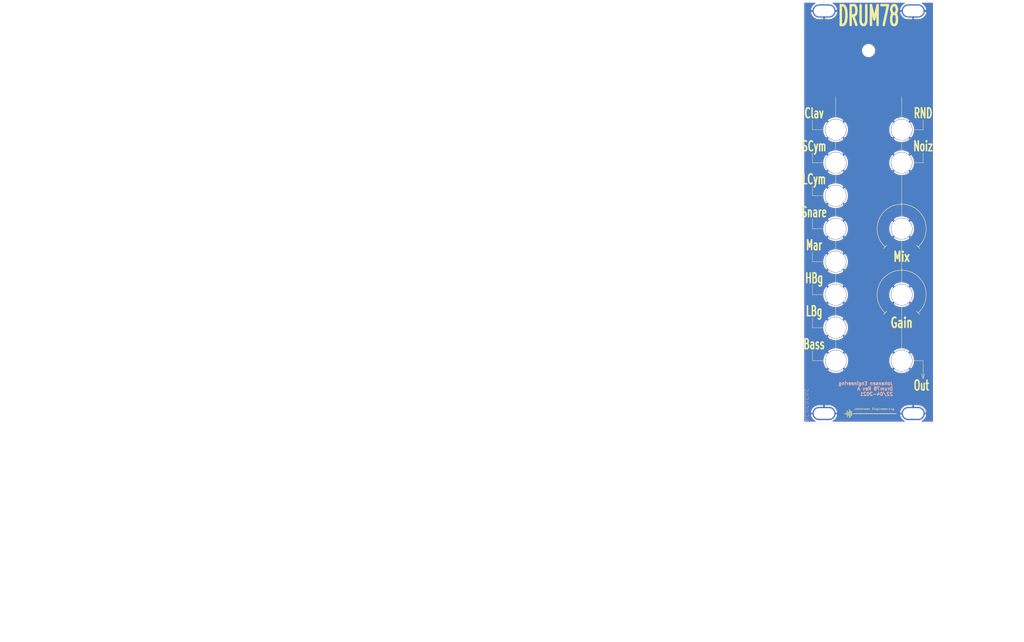
<source format=kicad_pcb>
(kicad_pcb (version 20171130) (host pcbnew "(5.1.9)-1")

  (general
    (thickness 1.6)
    (drawings 75)
    (tracks 0)
    (zones 0)
    (modules 19)
    (nets 2)
  )

  (page A4)
  (layers
    (0 F.Cu signal)
    (31 B.Cu signal)
    (32 B.Adhes user)
    (33 F.Adhes user)
    (34 B.Paste user)
    (35 F.Paste user)
    (36 B.SilkS user)
    (37 F.SilkS user)
    (38 B.Mask user)
    (39 F.Mask user)
    (40 Dwgs.User user)
    (41 Cmts.User user)
    (42 Eco1.User user)
    (43 Eco2.User user)
    (44 Edge.Cuts user)
    (45 Margin user)
    (46 B.CrtYd user)
    (47 F.CrtYd user)
    (48 B.Fab user)
    (49 F.Fab user)
  )

  (setup
    (last_trace_width 0.15)
    (trace_clearance 0.15)
    (zone_clearance 0.508)
    (zone_45_only no)
    (trace_min 0.15)
    (via_size 0.7)
    (via_drill 0.4)
    (via_min_size 0.4)
    (via_min_drill 0.3)
    (uvia_size 0.3)
    (uvia_drill 0.1)
    (uvias_allowed no)
    (uvia_min_size 0.2)
    (uvia_min_drill 0.1)
    (edge_width 0.05)
    (segment_width 0.2)
    (pcb_text_width 0.3)
    (pcb_text_size 1.5 1.5)
    (mod_edge_width 0.12)
    (mod_text_size 1 1)
    (mod_text_width 0.15)
    (pad_size 1.524 1.524)
    (pad_drill 0.762)
    (pad_to_mask_clearance 0.051)
    (solder_mask_min_width 0.25)
    (aux_axis_origin 0 0)
    (visible_elements 7FFFFFFF)
    (pcbplotparams
      (layerselection 0x010fc_ffffffff)
      (usegerberextensions true)
      (usegerberattributes false)
      (usegerberadvancedattributes false)
      (creategerberjobfile false)
      (excludeedgelayer true)
      (linewidth 0.150000)
      (plotframeref false)
      (viasonmask false)
      (mode 1)
      (useauxorigin false)
      (hpglpennumber 1)
      (hpglpenspeed 20)
      (hpglpendiameter 15.000000)
      (psnegative false)
      (psa4output false)
      (plotreference true)
      (plotvalue true)
      (plotinvisibletext false)
      (padsonsilk false)
      (subtractmaskfromsilk true)
      (outputformat 1)
      (mirror false)
      (drillshape 0)
      (scaleselection 1)
      (outputdirectory "Face_GerberRevA"))
  )

  (net 0 "")
  (net 1 GND)

  (net_class Default "This is the default net class."
    (clearance 0.15)
    (trace_width 0.15)
    (via_dia 0.7)
    (via_drill 0.4)
    (uvia_dia 0.3)
    (uvia_drill 0.1)
  )

  (net_class Power ""
    (clearance 0.2)
    (trace_width 0.4)
    (via_dia 0.8)
    (via_drill 0.4)
    (uvia_dia 0.3)
    (uvia_drill 0.1)
    (add_net GND)
  )

  (module AJ:Jack_6m3 (layer F.Cu) (tedit 5E636D1F) (tstamp 60818554)
    (at 223 75)
    (descr "Mounting Hole 6.5mm, no annular")
    (tags "mounting hole 6.5mm no annular")
    (path /5EEA942D)
    (attr virtual)
    (fp_text reference TP105 (at 0 0) (layer F.SilkS) hide
      (effects (font (size 1 1) (thickness 0.15)))
    )
    (fp_text value In3 (at 0 0) (layer F.Fab)
      (effects (font (size 1 1) (thickness 0.15)))
    )
    (fp_circle (center 0 0) (end 5 0) (layer F.CrtYd) (width 0.05))
    (fp_circle (center 0 0) (end 4.5 0) (layer Cmts.User) (width 0.15))
    (fp_text user %R (at 0.3 0) (layer F.Fab)
      (effects (font (size 1 1) (thickness 0.15)))
    )
    (pad 1 thru_hole circle (at 0 0) (size 6.5 6.5) (drill 6.3) (layers *.Cu *.Mask)
      (net 1 GND))
  )

  (module AJ:Jack_6m3 (layer F.Cu) (tedit 5E636D1F) (tstamp 60818542)
    (at 223 85)
    (descr "Mounting Hole 6.5mm, no annular")
    (tags "mounting hole 6.5mm no annular")
    (path /5EEA942D)
    (attr virtual)
    (fp_text reference TP105 (at 0 0) (layer F.SilkS) hide
      (effects (font (size 1 1) (thickness 0.15)))
    )
    (fp_text value In3 (at 0 0) (layer F.Fab)
      (effects (font (size 1 1) (thickness 0.15)))
    )
    (fp_circle (center 0 0) (end 4.5 0) (layer Cmts.User) (width 0.15))
    (fp_circle (center 0 0) (end 5 0) (layer F.CrtYd) (width 0.05))
    (fp_text user %R (at 0.3 0) (layer F.Fab)
      (effects (font (size 1 1) (thickness 0.15)))
    )
    (pad 1 thru_hole circle (at 0 0) (size 6.5 6.5) (drill 6.3) (layers *.Cu *.Mask)
      (net 1 GND))
  )

  (module AJ:Jack_6m3 (layer F.Cu) (tedit 5E636D1F) (tstamp 608184E7)
    (at 203 75)
    (descr "Mounting Hole 6.5mm, no annular")
    (tags "mounting hole 6.5mm no annular")
    (path /5EEA942D)
    (attr virtual)
    (fp_text reference TP105 (at 0 0) (layer F.SilkS) hide
      (effects (font (size 1 1) (thickness 0.15)))
    )
    (fp_text value In3 (at 0 0) (layer F.Fab)
      (effects (font (size 1 1) (thickness 0.15)))
    )
    (fp_circle (center 0 0) (end 4.5 0) (layer Cmts.User) (width 0.15))
    (fp_circle (center 0 0) (end 5 0) (layer F.CrtYd) (width 0.05))
    (fp_text user %R (at 0.3 0) (layer F.Fab)
      (effects (font (size 1 1) (thickness 0.15)))
    )
    (pad 1 thru_hole circle (at 0 0) (size 6.5 6.5) (drill 6.3) (layers *.Cu *.Mask)
      (net 1 GND))
  )

  (module AJ:Jack_6m3 (layer F.Cu) (tedit 5E636D1F) (tstamp 608184D1)
    (at 203 85)
    (descr "Mounting Hole 6.5mm, no annular")
    (tags "mounting hole 6.5mm no annular")
    (path /5EEA942D)
    (attr virtual)
    (fp_text reference TP105 (at 0 0) (layer F.SilkS) hide
      (effects (font (size 1 1) (thickness 0.15)))
    )
    (fp_text value In3 (at 0 0) (layer F.Fab)
      (effects (font (size 1 1) (thickness 0.15)))
    )
    (fp_circle (center 0 0) (end 5 0) (layer F.CrtYd) (width 0.05))
    (fp_circle (center 0 0) (end 4.5 0) (layer Cmts.User) (width 0.15))
    (fp_text user %R (at 0.3 0) (layer F.Fab)
      (effects (font (size 1 1) (thickness 0.15)))
    )
    (pad 1 thru_hole circle (at 0 0) (size 6.5 6.5) (drill 6.3) (layers *.Cu *.Mask)
      (net 1 GND))
  )

  (module AJ:Jack_6m3 (layer F.Cu) (tedit 5E636D1F) (tstamp 608184BF)
    (at 203 95)
    (descr "Mounting Hole 6.5mm, no annular")
    (tags "mounting hole 6.5mm no annular")
    (path /5EEA942D)
    (attr virtual)
    (fp_text reference TP105 (at 0 0) (layer F.SilkS) hide
      (effects (font (size 1 1) (thickness 0.15)))
    )
    (fp_text value In3 (at 0 0) (layer F.Fab)
      (effects (font (size 1 1) (thickness 0.15)))
    )
    (fp_circle (center 0 0) (end 4.5 0) (layer Cmts.User) (width 0.15))
    (fp_circle (center 0 0) (end 5 0) (layer F.CrtYd) (width 0.05))
    (fp_text user %R (at 0.3 0) (layer F.Fab)
      (effects (font (size 1 1) (thickness 0.15)))
    )
    (pad 1 thru_hole circle (at 0 0) (size 6.5 6.5) (drill 6.3) (layers *.Cu *.Mask)
      (net 1 GND))
  )

  (module AJ:MountingHole_Eurorack3 (layer F.Cu) (tedit 5E638170) (tstamp 5E7832BB)
    (at 226.5 39)
    (descr "Mounting Hole 6.5mm, no annular")
    (tags "mounting hole 6.5mm no annular")
    (path /5EF24C31)
    (attr virtual)
    (fp_text reference H104 (at 0 -1) (layer Cmts.User)
      (effects (font (size 1 1) (thickness 0.15)))
    )
    (fp_text value MountingHole_Pad (at 0.25 0) (layer F.Fab)
      (effects (font (size 1 1) (thickness 0.15)))
    )
    (fp_text user %R (at 0.3 0) (layer F.Fab)
      (effects (font (size 1 1) (thickness 0.15)))
    )
    (pad 1 thru_hole oval (at 0 0) (size 7 4) (drill oval 6.2 3.2) (layers *.Cu *.Mask)
      (net 1 GND))
  )

  (module AJ:Pot_6m3_scale1 (layer F.Cu) (tedit 5E636F49) (tstamp 5E7832B0)
    (at 223 125)
    (descr "Mounting Hole 6.5mm, no annular")
    (tags "mounting hole 6.5mm no annular")
    (path /5EEAC9DC)
    (attr virtual)
    (fp_text reference TP107 (at 0 0) (layer F.SilkS) hide
      (effects (font (size 1 1) (thickness 0.15)))
    )
    (fp_text value OFF1 (at 0 3.5) (layer F.Fab)
      (effects (font (size 1 1) (thickness 0.15)))
    )
    (fp_circle (center 0 0) (end 6.5 -0.5) (layer Cmts.User) (width 0.15))
    (fp_circle (center 0 0) (end 7.5 0) (layer F.CrtYd) (width 0.05))
    (fp_line (start 5.5 6) (end 4.5 5) (layer F.SilkS) (width 0.15))
    (fp_line (start -4.5 5) (end -5.5 6) (layer F.SilkS) (width 0.15))
    (fp_line (start 0 -8) (end 0 -7) (layer F.SilkS) (width 0.15))
    (fp_arc (start 0 0) (end 5 5.5) (angle -275.452622) (layer F.SilkS) (width 0.15))
    (fp_text user %R (at 0.3 0) (layer F.Fab)
      (effects (font (size 1 1) (thickness 0.15)))
    )
    (pad 1 thru_hole circle (at 0 0) (size 6.5 6.5) (drill 6.3) (layers *.Cu *.Mask)
      (net 1 GND))
  )

  (module AJ:MountingHole_Eurorack3 (layer F.Cu) (tedit 5E638170) (tstamp 5E7832AB)
    (at 199.5 39)
    (descr "Mounting Hole 6.5mm, no annular")
    (tags "mounting hole 6.5mm no annular")
    (path /5EF22F1C)
    (attr virtual)
    (fp_text reference H102 (at 0 -1.5) (layer Cmts.User)
      (effects (font (size 1 1) (thickness 0.15)))
    )
    (fp_text value MountingHole_Pad (at 0.25 0) (layer F.Fab)
      (effects (font (size 1 1) (thickness 0.15)))
    )
    (fp_text user %R (at 0.3 0) (layer F.Fab)
      (effects (font (size 1 1) (thickness 0.15)))
    )
    (pad 1 thru_hole oval (at 0 0) (size 7 4) (drill oval 6.2 3.2) (layers *.Cu *.Mask)
      (net 1 GND))
  )

  (module AJ:MountingHole_Eurorack3 (layer B.Cu) (tedit 5E638170) (tstamp 5E78329F)
    (at 199.5 161)
    (descr "Mounting Hole 6.5mm, no annular")
    (tags "mounting hole 6.5mm no annular")
    (path /5EF24A8F)
    (attr virtual)
    (fp_text reference H103 (at 0 2.5) (layer Cmts.User)
      (effects (font (size 1 1) (thickness 0.15)))
    )
    (fp_text value MountingHole_Pad (at 0.25 0) (layer B.Fab)
      (effects (font (size 1 1) (thickness 0.15)) (justify mirror))
    )
    (fp_text user %R (at 0.3 0) (layer B.Fab)
      (effects (font (size 1 1) (thickness 0.15)) (justify mirror))
    )
    (pad 1 thru_hole oval (at 0 0) (size 7 4) (drill oval 6.2 3.2) (layers *.Cu *.Mask)
      (net 1 GND))
  )

  (module AJ:Jack_6m3 (layer F.Cu) (tedit 5E636D1F) (tstamp 5E783291)
    (at 203 105)
    (descr "Mounting Hole 6.5mm, no annular")
    (tags "mounting hole 6.5mm no annular")
    (path /5EEA8C5E)
    (attr virtual)
    (fp_text reference TP107 (at 0 0) (layer F.SilkS) hide
      (effects (font (size 1 1) (thickness 0.15)))
    )
    (fp_text value FM (at 0 0) (layer F.Fab)
      (effects (font (size 1 1) (thickness 0.15)))
    )
    (fp_circle (center 0 0) (end 4.5 0) (layer Cmts.User) (width 0.15))
    (fp_circle (center 0 0) (end 5 0) (layer F.CrtYd) (width 0.05))
    (fp_text user %R (at 0.3 0) (layer F.Fab)
      (effects (font (size 1 1) (thickness 0.15)))
    )
    (pad 1 thru_hole circle (at 0 0) (size 6.5 6.5) (drill 6.3) (layers *.Cu *.Mask)
      (net 1 GND))
  )

  (module AJ:LED_Hole_3mm (layer F.Cu) (tedit 5E639614) (tstamp 5E78328A)
    (at 213 51)
    (descr "Mounting Hole 2.5mm, no annular")
    (tags "mounting hole 2.5mm no annular")
    (path /5EF9702E)
    (attr virtual)
    (fp_text reference H101 (at 0 -1.75) (layer F.Fab)
      (effects (font (size 1 1) (thickness 0.15)))
    )
    (fp_text value ON (at 0 2.5) (layer F.Mask)
      (effects (font (size 1 1) (thickness 0.15)))
    )
    (fp_circle (center 0 0) (end 2.5 0) (layer Cmts.User) (width 0.15))
    (fp_circle (center 0 0) (end 2.75 0) (layer F.CrtYd) (width 0.05))
    (fp_text user %R (at 0.3 0) (layer F.Fab)
      (effects (font (size 1 1) (thickness 0.15)))
    )
    (pad "" np_thru_hole circle (at 0 0) (size 3 3) (drill 3) (layers *.Cu *.Mask))
  )

  (module AJ:MountingHole_Eurorack3 (layer B.Cu) (tedit 5E638170) (tstamp 5E783285)
    (at 226.5 161)
    (descr "Mounting Hole 6.5mm, no annular")
    (tags "mounting hole 6.5mm no annular")
    (path /5EF24E1C)
    (attr virtual)
    (fp_text reference H105 (at 0 2.5) (layer Cmts.User)
      (effects (font (size 1 1) (thickness 0.15)))
    )
    (fp_text value MountingHole_Pad (at 0.25 0) (layer B.Fab)
      (effects (font (size 1 1) (thickness 0.15)) (justify mirror))
    )
    (fp_text user %R (at 0.3 0) (layer B.Fab)
      (effects (font (size 1 1) (thickness 0.15)) (justify mirror))
    )
    (pad 1 thru_hole oval (at 0 0) (size 7 4) (drill oval 6.2 3.2) (layers *.Cu *.Mask)
      (net 1 GND))
  )

  (module AJ:Jack_6m3 (layer F.Cu) (tedit 5E636D1F) (tstamp 5E78327E)
    (at 203 115)
    (descr "Mounting Hole 6.5mm, no annular")
    (tags "mounting hole 6.5mm no annular")
    (path /5EEA7CE8)
    (attr virtual)
    (fp_text reference TP102 (at 0 0) (layer F.SilkS) hide
      (effects (font (size 1 1) (thickness 0.15)))
    )
    (fp_text value SQ (at 0 0) (layer F.Fab)
      (effects (font (size 1 1) (thickness 0.15)))
    )
    (fp_circle (center 0 0) (end 5 0) (layer F.CrtYd) (width 0.05))
    (fp_circle (center 0 0) (end 4.5 0) (layer Cmts.User) (width 0.15))
    (fp_text user %R (at 0.3 0) (layer F.Fab)
      (effects (font (size 1 1) (thickness 0.15)))
    )
    (pad 1 thru_hole circle (at 0 0) (size 6.5 6.5) (drill 6.3) (layers *.Cu *.Mask)
      (net 1 GND))
  )

  (module AJ:Jack_6m3 (layer F.Cu) (tedit 5E636D1F) (tstamp 5E783277)
    (at 203.075001 145)
    (descr "Mounting Hole 6.5mm, no annular")
    (tags "mounting hole 6.5mm no annular")
    (path /5EEA8E6B)
    (attr virtual)
    (fp_text reference TP106 (at 0 0) (layer F.SilkS) hide
      (effects (font (size 1 1) (thickness 0.15)))
    )
    (fp_text value HS (at 0 0) (layer F.Fab)
      (effects (font (size 1 1) (thickness 0.15)))
    )
    (fp_circle (center 0 0) (end 5 0) (layer F.CrtYd) (width 0.05))
    (fp_circle (center 0 0) (end 4.5 0) (layer Cmts.User) (width 0.15))
    (fp_text user %R (at 0.3 0) (layer F.Fab)
      (effects (font (size 1 1) (thickness 0.15)))
    )
    (pad 1 thru_hole circle (at 0 0) (size 6.5 6.5) (drill 6.3) (layers *.Cu *.Mask)
      (net 1 GND))
  )

  (module AJ:Jack_6m3 (layer F.Cu) (tedit 5E636D1F) (tstamp 5E783270)
    (at 203 125)
    (descr "Mounting Hole 6.5mm, no annular")
    (tags "mounting hole 6.5mm no annular")
    (path /5EEA874B)
    (attr virtual)
    (fp_text reference TP108 (at 0 0) (layer F.SilkS) hide
      (effects (font (size 1 1) (thickness 0.15)))
    )
    (fp_text value PWM (at 0 0) (layer F.Fab)
      (effects (font (size 1 1) (thickness 0.15)))
    )
    (fp_circle (center 0 0) (end 5 0) (layer F.CrtYd) (width 0.05))
    (fp_circle (center 0 0) (end 4.5 0) (layer Cmts.User) (width 0.15))
    (fp_text user %R (at 0.3 0) (layer F.Fab)
      (effects (font (size 1 1) (thickness 0.15)))
    )
    (pad 1 thru_hole circle (at 0 0) (size 6.5 6.5) (drill 6.3) (layers *.Cu *.Mask)
      (net 1 GND))
  )

  (module AJ:Pot_6m3_scale1 (layer F.Cu) (tedit 5E636F49) (tstamp 5E78325E)
    (at 223 105)
    (descr "Mounting Hole 6.5mm, no annular")
    (tags "mounting hole 6.5mm no annular")
    (path /5EEAB808)
    (attr virtual)
    (fp_text reference TP112 (at 0 0) (layer F.SilkS) hide
      (effects (font (size 1 1) (thickness 0.15)))
    )
    (fp_text value Fine (at 0 3.5) (layer F.Fab)
      (effects (font (size 1 1) (thickness 0.15)))
    )
    (fp_line (start 0 -8) (end 0 -7) (layer F.SilkS) (width 0.15))
    (fp_line (start -4.5 5) (end -5.5 6) (layer F.SilkS) (width 0.15))
    (fp_line (start 5.5 6) (end 4.5 5) (layer F.SilkS) (width 0.15))
    (fp_circle (center 0 0) (end 7.5 0) (layer F.CrtYd) (width 0.05))
    (fp_circle (center 0 0) (end 6.5 -0.5) (layer Cmts.User) (width 0.15))
    (fp_text user %R (at 0.3 0) (layer F.Fab)
      (effects (font (size 1 1) (thickness 0.15)))
    )
    (fp_arc (start 0 0) (end 5 5.5) (angle -275.452622) (layer F.SilkS) (width 0.15))
    (pad 1 thru_hole circle (at 0 0) (size 6.5 6.5) (drill 6.3) (layers *.Cu *.Mask)
      (net 1 GND))
  )

  (module AJ:Jack_6m3 (layer F.Cu) (tedit 5E636D1F) (tstamp 5E783250)
    (at 223 145)
    (descr "Mounting Hole 6.5mm, no annular")
    (tags "mounting hole 6.5mm no annular")
    (path /5EEA942D)
    (attr virtual)
    (fp_text reference TP105 (at 0 0) (layer F.SilkS) hide
      (effects (font (size 1 1) (thickness 0.15)))
    )
    (fp_text value In3 (at 0 0) (layer F.Fab)
      (effects (font (size 1 1) (thickness 0.15)))
    )
    (fp_circle (center 0 0) (end 5 0) (layer F.CrtYd) (width 0.05))
    (fp_circle (center 0 0) (end 4.5 0) (layer Cmts.User) (width 0.15))
    (fp_text user %R (at 0.3 0) (layer F.Fab)
      (effects (font (size 1 1) (thickness 0.15)))
    )
    (pad 1 thru_hole circle (at 0 0) (size 6.5 6.5) (drill 6.3) (layers *.Cu *.Mask)
      (net 1 GND))
  )

  (module AJ:Jack_6m3 (layer F.Cu) (tedit 5E636D1F) (tstamp 5E783242)
    (at 203 135)
    (descr "Mounting Hole 6.5mm, no annular")
    (tags "mounting hole 6.5mm no annular")
    (path /5EEAA042)
    (attr virtual)
    (fp_text reference TP103 (at 0 0) (layer F.SilkS) hide
      (effects (font (size 1 1) (thickness 0.15)))
    )
    (fp_text value In1 (at 0 0) (layer F.Fab)
      (effects (font (size 1 1) (thickness 0.15)))
    )
    (fp_circle (center 0 0) (end 5 0) (layer F.CrtYd) (width 0.05))
    (fp_circle (center 0 0) (end 4.5 0) (layer Cmts.User) (width 0.15))
    (fp_text user %R (at 0.3 0) (layer F.Fab)
      (effects (font (size 1 1) (thickness 0.15)))
    )
    (pad 1 thru_hole circle (at 0 0) (size 6.5 6.5) (drill 6.3) (layers *.Cu *.Mask)
      (net 1 GND))
  )

  (module AJ:Johansen_engineering_logo_20mm (layer F.Cu) (tedit 0) (tstamp 5E77B2E2)
    (at 213.5 161)
    (fp_text reference G*** (at 0 0) (layer F.SilkS) hide
      (effects (font (size 1.524 1.524) (thickness 0.3)))
    )
    (fp_text value LOGO (at 0.75 0) (layer F.SilkS) hide
      (effects (font (size 1.524 1.524) (thickness 0.3)))
    )
    (fp_poly (pts (xy 5.7912 -1.6002) (xy 5.6769 -1.6002) (xy 5.6769 -1.7272) (xy 5.7912 -1.7272)
      (xy 5.7912 -1.6002)) (layer F.SilkS) (width 0.01))
    (fp_poly (pts (xy 2.7432 -1.6002) (xy 2.6289 -1.6002) (xy 2.6289 -1.7272) (xy 2.7432 -1.7272)
      (xy 2.7432 -1.6002)) (layer F.SilkS) (width 0.01))
    (fp_poly (pts (xy 6.438114 -1.557682) (xy 6.473195 -1.540877) (xy 6.492674 -1.525074) (xy 6.53415 -1.488047)
      (xy 6.538239 -1.296474) (xy 6.542329 -1.1049) (xy 6.4389 -1.1049) (xy 6.4389 -1.269093)
      (xy 6.438314 -1.340183) (xy 6.436253 -1.390123) (xy 6.432258 -1.423146) (xy 6.42587 -1.44348)
      (xy 6.418942 -1.453243) (xy 6.385287 -1.471026) (xy 6.34556 -1.469126) (xy 6.306502 -1.449796)
      (xy 6.274851 -1.415286) (xy 6.268062 -1.402846) (xy 6.256927 -1.366194) (xy 6.250505 -1.311371)
      (xy 6.2484 -1.23495) (xy 6.2484 -1.1049) (xy 6.1468 -1.1049) (xy 6.1468 -1.5494)
      (xy 6.1976 -1.5494) (xy 6.230192 -1.547858) (xy 6.244681 -1.539719) (xy 6.24833 -1.519718)
      (xy 6.2484 -1.51257) (xy 6.2484 -1.47574) (xy 6.29158 -1.51892) (xy 6.323768 -1.546762)
      (xy 6.354315 -1.559316) (xy 6.392979 -1.5621) (xy 6.438114 -1.557682)) (layer F.SilkS) (width 0.01))
    (fp_poly (pts (xy 5.7912 -1.1938) (xy 5.842 -1.1938) (xy 5.874525 -1.192455) (xy 5.888979 -1.184146)
      (xy 5.892686 -1.162467) (xy 5.8928 -1.14935) (xy 5.8928 -1.1049) (xy 5.588 -1.1049)
      (xy 5.588 -1.14935) (xy 5.589965 -1.179142) (xy 5.601057 -1.19136) (xy 5.629066 -1.193795)
      (xy 5.63245 -1.1938) (xy 5.6769 -1.1938) (xy 5.6769 -1.4605) (xy 5.63245 -1.4605)
      (xy 5.602658 -1.462466) (xy 5.59044 -1.473558) (xy 5.588005 -1.501567) (xy 5.588 -1.50495)
      (xy 5.588 -1.5494) (xy 5.7912 -1.5494) (xy 5.7912 -1.1938)) (layer F.SilkS) (width 0.01))
    (fp_poly (pts (xy 5.333699 -1.559088) (xy 5.358516 -1.549115) (xy 5.365016 -1.529069) (xy 5.358113 -1.50037)
      (xy 5.347462 -1.474869) (xy 5.333608 -1.464519) (xy 5.307593 -1.46496) (xy 5.290351 -1.467394)
      (xy 5.229116 -1.466859) (xy 5.175228 -1.448209) (xy 5.135106 -1.414121) (xy 5.125293 -1.398632)
      (xy 5.112681 -1.358423) (xy 5.106047 -1.302265) (xy 5.1054 -1.276981) (xy 5.1054 -1.1938)
      (xy 5.1562 -1.1938) (xy 5.188725 -1.192455) (xy 5.203179 -1.184146) (xy 5.206886 -1.162467)
      (xy 5.207 -1.14935) (xy 5.207 -1.1049) (xy 4.9022 -1.1049) (xy 4.9022 -1.14935)
      (xy 4.903737 -1.17781) (xy 4.913233 -1.190458) (xy 4.93801 -1.193701) (xy 4.953 -1.1938)
      (xy 5.0038 -1.1938) (xy 5.0038 -1.4732) (xy 4.953 -1.4732) (xy 4.920426 -1.474705)
      (xy 4.905946 -1.482858) (xy 4.90228 -1.503119) (xy 4.9022 -1.5113) (xy 4.9022 -1.5494)
      (xy 5.1054 -1.5494) (xy 5.1054 -1.46711) (xy 5.138393 -1.502693) (xy 5.182463 -1.539231)
      (xy 5.233745 -1.557784) (xy 5.287201 -1.561906) (xy 5.333699 -1.559088)) (layer F.SilkS) (width 0.01))
    (fp_poly (pts (xy 3.390114 -1.557682) (xy 3.425195 -1.540877) (xy 3.444674 -1.525074) (xy 3.48615 -1.488047)
      (xy 3.490239 -1.296474) (xy 3.494329 -1.1049) (xy 3.3909 -1.1049) (xy 3.3909 -1.269093)
      (xy 3.390314 -1.340183) (xy 3.388253 -1.390123) (xy 3.384258 -1.423146) (xy 3.37787 -1.44348)
      (xy 3.370942 -1.453243) (xy 3.337287 -1.471026) (xy 3.29756 -1.469126) (xy 3.258502 -1.449796)
      (xy 3.226851 -1.415286) (xy 3.220062 -1.402846) (xy 3.208927 -1.366194) (xy 3.202505 -1.311371)
      (xy 3.2004 -1.23495) (xy 3.2004 -1.1049) (xy 3.0988 -1.1049) (xy 3.0988 -1.5494)
      (xy 3.1496 -1.5494) (xy 3.182192 -1.547858) (xy 3.196681 -1.539719) (xy 3.20033 -1.519718)
      (xy 3.2004 -1.51257) (xy 3.2004 -1.47574) (xy 3.24358 -1.51892) (xy 3.275768 -1.546762)
      (xy 3.306315 -1.559316) (xy 3.344979 -1.5621) (xy 3.390114 -1.557682)) (layer F.SilkS) (width 0.01))
    (fp_poly (pts (xy 2.7432 -1.1938) (xy 2.794 -1.1938) (xy 2.826525 -1.192455) (xy 2.840979 -1.184146)
      (xy 2.844686 -1.162467) (xy 2.8448 -1.14935) (xy 2.8448 -1.1049) (xy 2.54 -1.1049)
      (xy 2.54 -1.14935) (xy 2.541965 -1.179142) (xy 2.553057 -1.19136) (xy 2.581066 -1.193795)
      (xy 2.58445 -1.1938) (xy 2.6289 -1.1938) (xy 2.6289 -1.4605) (xy 2.58445 -1.4605)
      (xy 2.554658 -1.462466) (xy 2.54244 -1.473558) (xy 2.540005 -1.501567) (xy 2.54 -1.50495)
      (xy 2.54 -1.5494) (xy 2.7432 -1.5494) (xy 2.7432 -1.1938)) (layer F.SilkS) (width 0.01))
    (fp_poly (pts (xy 1.561314 -1.557682) (xy 1.596395 -1.540877) (xy 1.615874 -1.525074) (xy 1.65735 -1.488047)
      (xy 1.661439 -1.296474) (xy 1.665529 -1.1049) (xy 1.5621 -1.1049) (xy 1.5621 -1.269093)
      (xy 1.561514 -1.340183) (xy 1.559453 -1.390123) (xy 1.555458 -1.423146) (xy 1.54907 -1.44348)
      (xy 1.542142 -1.453243) (xy 1.508487 -1.471026) (xy 1.46876 -1.469126) (xy 1.429702 -1.449796)
      (xy 1.398051 -1.415286) (xy 1.391262 -1.402846) (xy 1.380127 -1.366194) (xy 1.373705 -1.311371)
      (xy 1.3716 -1.23495) (xy 1.3716 -1.1049) (xy 1.27 -1.1049) (xy 1.27 -1.5494)
      (xy 1.3208 -1.5494) (xy 1.353392 -1.547858) (xy 1.367881 -1.539719) (xy 1.37153 -1.519718)
      (xy 1.3716 -1.51257) (xy 1.3716 -1.47574) (xy 1.41478 -1.51892) (xy 1.446968 -1.546762)
      (xy 1.477515 -1.559316) (xy 1.516179 -1.5621) (xy 1.561314 -1.557682)) (layer F.SilkS) (width 0.01))
    (fp_poly (pts (xy 1.0541 -1.6383) (xy 0.762 -1.6383) (xy 0.762 -1.4605) (xy 0.9906 -1.4605)
      (xy 0.9906 -1.3716) (xy 0.762 -1.3716) (xy 0.762 -1.1938) (xy 1.0541 -1.1938)
      (xy 1.0541 -1.1049) (xy 0.6604 -1.1049) (xy 0.6604 -1.7272) (xy 1.0541 -1.7272)
      (xy 1.0541 -1.6383)) (layer F.SilkS) (width 0.01))
    (fp_poly (pts (xy -0.254786 -1.557682) (xy -0.219705 -1.540877) (xy -0.200226 -1.525074) (xy -0.15875 -1.488047)
      (xy -0.154661 -1.296474) (xy -0.150571 -1.1049) (xy -0.254 -1.1049) (xy -0.254 -1.269093)
      (xy -0.254586 -1.340183) (xy -0.256647 -1.390123) (xy -0.260642 -1.423146) (xy -0.26703 -1.44348)
      (xy -0.273958 -1.453243) (xy -0.307613 -1.471026) (xy -0.34734 -1.469126) (xy -0.386398 -1.449796)
      (xy -0.418049 -1.415286) (xy -0.424838 -1.402846) (xy -0.435973 -1.366194) (xy -0.442395 -1.311371)
      (xy -0.4445 -1.23495) (xy -0.4445 -1.1049) (xy -0.5461 -1.1049) (xy -0.5461 -1.5494)
      (xy -0.4953 -1.5494) (xy -0.462708 -1.547858) (xy -0.448219 -1.539719) (xy -0.44457 -1.519718)
      (xy -0.4445 -1.51257) (xy -0.4445 -1.47574) (xy -0.40132 -1.51892) (xy -0.369132 -1.546762)
      (xy -0.338585 -1.559316) (xy -0.299921 -1.5621) (xy -0.254786 -1.557682)) (layer F.SilkS) (width 0.01))
    (fp_poly (pts (xy -2.083586 -1.557682) (xy -2.048505 -1.540877) (xy -2.029026 -1.525074) (xy -1.98755 -1.488047)
      (xy -1.983461 -1.296474) (xy -1.979371 -1.1049) (xy -2.0828 -1.1049) (xy -2.0828 -1.269093)
      (xy -2.083386 -1.340183) (xy -2.085447 -1.390123) (xy -2.089442 -1.423146) (xy -2.09583 -1.44348)
      (xy -2.102758 -1.453243) (xy -2.136413 -1.471026) (xy -2.17614 -1.469126) (xy -2.215198 -1.449796)
      (xy -2.246849 -1.415286) (xy -2.253638 -1.402846) (xy -2.264773 -1.366194) (xy -2.271195 -1.311371)
      (xy -2.2733 -1.23495) (xy -2.2733 -1.1049) (xy -2.3749 -1.1049) (xy -2.3749 -1.5494)
      (xy -2.3241 -1.5494) (xy -2.291508 -1.547858) (xy -2.277019 -1.539719) (xy -2.27337 -1.519718)
      (xy -2.2733 -1.51257) (xy -2.2733 -1.47574) (xy -2.23012 -1.51892) (xy -2.197932 -1.546762)
      (xy -2.167385 -1.559316) (xy -2.128721 -1.5621) (xy -2.083586 -1.557682)) (layer F.SilkS) (width 0.01))
    (fp_poly (pts (xy -3.4925 -1.4728) (xy -3.456821 -1.512732) (xy -3.427389 -1.5394) (xy -3.393523 -1.553345)
      (xy -3.357035 -1.558824) (xy -3.316057 -1.560857) (xy -3.288191 -1.554679) (xy -3.261577 -1.536716)
      (xy -3.249839 -1.526515) (xy -3.20675 -1.488047) (xy -3.202661 -1.296474) (xy -3.198571 -1.1049)
      (xy -3.302 -1.1049) (xy -3.302 -1.269093) (xy -3.302586 -1.340183) (xy -3.304647 -1.390123)
      (xy -3.308642 -1.423146) (xy -3.31503 -1.44348) (xy -3.321958 -1.453243) (xy -3.355613 -1.471026)
      (xy -3.39534 -1.469126) (xy -3.434398 -1.449796) (xy -3.466049 -1.415286) (xy -3.472838 -1.402846)
      (xy -3.483973 -1.366194) (xy -3.490395 -1.311371) (xy -3.4925 -1.23495) (xy -3.4925 -1.1049)
      (xy -3.5941 -1.1049) (xy -3.5941 -1.7272) (xy -3.4925 -1.7272) (xy -3.4925 -1.4728)) (layer F.SilkS) (width 0.01))
    (fp_poly (pts (xy 4.580413 -1.554213) (xy 4.642081 -1.529509) (xy 4.682518 -1.496889) (xy 4.717361 -1.444956)
      (xy 4.744231 -1.376519) (xy 4.755115 -1.330325) (xy 4.76365 -1.2827) (xy 4.382044 -1.2827)
      (xy 4.396231 -1.251563) (xy 4.422015 -1.220722) (xy 4.463617 -1.196033) (xy 4.51148 -1.182529)
      (xy 4.529469 -1.181379) (xy 4.563706 -1.186876) (xy 4.605711 -1.200296) (xy 4.619304 -1.206015)
      (xy 4.672959 -1.230372) (xy 4.698501 -1.197899) (xy 4.724044 -1.165427) (xy 4.692542 -1.140647)
      (xy 4.634692 -1.109715) (xy 4.564466 -1.094349) (xy 4.490081 -1.095244) (xy 4.419751 -1.113091)
      (xy 4.410914 -1.116882) (xy 4.354086 -1.155589) (xy 4.313056 -1.209757) (xy 4.288965 -1.274104)
      (xy 4.282956 -1.343346) (xy 4.292211 -1.391565) (xy 4.393971 -1.391565) (xy 4.404865 -1.380108)
      (xy 4.436586 -1.373964) (xy 4.491057 -1.371724) (xy 4.51485 -1.3716) (xy 4.574137 -1.372497)
      (xy 4.611624 -1.375518) (xy 4.630856 -1.381158) (xy 4.6355 -1.388437) (xy 4.626899 -1.407855)
      (xy 4.605878 -1.433023) (xy 4.602726 -1.436062) (xy 4.568051 -1.458882) (xy 4.523684 -1.466715)
      (xy 4.51485 -1.46685) (xy 4.467831 -1.461049) (xy 4.432384 -1.440917) (xy 4.426973 -1.436062)
      (xy 4.401981 -1.409746) (xy 4.393971 -1.391565) (xy 4.292211 -1.391565) (xy 4.296172 -1.4122)
      (xy 4.329753 -1.475383) (xy 4.332623 -1.479111) (xy 4.382212 -1.523338) (xy 4.444216 -1.550809)
      (xy 4.51237 -1.561206) (xy 4.580413 -1.554213)) (layer F.SilkS) (width 0.01))
    (fp_poly (pts (xy 3.970813 -1.554213) (xy 4.032481 -1.529509) (xy 4.072918 -1.496889) (xy 4.107761 -1.444956)
      (xy 4.134631 -1.376519) (xy 4.145515 -1.330325) (xy 4.15405 -1.2827) (xy 3.772444 -1.2827)
      (xy 3.786631 -1.251563) (xy 3.812415 -1.220722) (xy 3.854017 -1.196033) (xy 3.90188 -1.182529)
      (xy 3.919869 -1.181379) (xy 3.954106 -1.186876) (xy 3.996111 -1.200296) (xy 4.009704 -1.206015)
      (xy 4.063359 -1.230372) (xy 4.088901 -1.197899) (xy 4.114444 -1.165427) (xy 4.082942 -1.140647)
      (xy 4.025092 -1.109715) (xy 3.954866 -1.094349) (xy 3.880481 -1.095244) (xy 3.810151 -1.113091)
      (xy 3.801314 -1.116882) (xy 3.744486 -1.155589) (xy 3.703456 -1.209757) (xy 3.679365 -1.274104)
      (xy 3.673356 -1.343346) (xy 3.682611 -1.391565) (xy 3.784371 -1.391565) (xy 3.795265 -1.380108)
      (xy 3.826986 -1.373964) (xy 3.881457 -1.371724) (xy 3.90525 -1.3716) (xy 3.964537 -1.372497)
      (xy 4.002024 -1.375518) (xy 4.021256 -1.381158) (xy 4.0259 -1.388437) (xy 4.017299 -1.407855)
      (xy 3.996278 -1.433023) (xy 3.993126 -1.436062) (xy 3.958451 -1.458882) (xy 3.914084 -1.466715)
      (xy 3.90525 -1.46685) (xy 3.858231 -1.461049) (xy 3.822784 -1.440917) (xy 3.817373 -1.436062)
      (xy 3.792381 -1.409746) (xy 3.784371 -1.391565) (xy 3.682611 -1.391565) (xy 3.686572 -1.4122)
      (xy 3.720153 -1.475383) (xy 3.723023 -1.479111) (xy 3.772612 -1.523338) (xy 3.834616 -1.550809)
      (xy 3.90277 -1.561206) (xy 3.970813 -1.554213)) (layer F.SilkS) (width 0.01))
    (fp_poly (pts (xy -0.893287 -1.554213) (xy -0.831619 -1.529509) (xy -0.791182 -1.496889) (xy -0.756339 -1.444956)
      (xy -0.729469 -1.376519) (xy -0.718585 -1.330325) (xy -0.71005 -1.2827) (xy -1.091656 -1.2827)
      (xy -1.077469 -1.251563) (xy -1.051685 -1.220722) (xy -1.010083 -1.196033) (xy -0.96222 -1.182529)
      (xy -0.944231 -1.181379) (xy -0.909994 -1.186876) (xy -0.867989 -1.200296) (xy -0.854396 -1.206015)
      (xy -0.800741 -1.230372) (xy -0.775199 -1.197899) (xy -0.749656 -1.165427) (xy -0.781158 -1.140647)
      (xy -0.839008 -1.109715) (xy -0.909234 -1.094349) (xy -0.983619 -1.095244) (xy -1.053949 -1.113091)
      (xy -1.062786 -1.116882) (xy -1.119614 -1.155589) (xy -1.160644 -1.209757) (xy -1.184735 -1.274104)
      (xy -1.190744 -1.343346) (xy -1.181489 -1.391565) (xy -1.079729 -1.391565) (xy -1.068835 -1.380108)
      (xy -1.037114 -1.373964) (xy -0.982643 -1.371724) (xy -0.95885 -1.3716) (xy -0.899563 -1.372497)
      (xy -0.862076 -1.375518) (xy -0.842844 -1.381158) (xy -0.8382 -1.388437) (xy -0.846801 -1.407855)
      (xy -0.867822 -1.433023) (xy -0.870974 -1.436062) (xy -0.905649 -1.458882) (xy -0.950016 -1.466715)
      (xy -0.95885 -1.46685) (xy -1.005869 -1.461049) (xy -1.041316 -1.440917) (xy -1.046727 -1.436062)
      (xy -1.071719 -1.409746) (xy -1.079729 -1.391565) (xy -1.181489 -1.391565) (xy -1.177528 -1.4122)
      (xy -1.143947 -1.475383) (xy -1.141077 -1.479111) (xy -1.091488 -1.523338) (xy -1.029484 -1.550809)
      (xy -0.96133 -1.561206) (xy -0.893287 -1.554213)) (layer F.SilkS) (width 0.01))
    (fp_poly (pts (xy -1.499368 -1.555614) (xy -1.44416 -1.541972) (xy -1.404078 -1.521893) (xy -1.399511 -1.518039)
      (xy -1.390917 -1.496999) (xy -1.395732 -1.471018) (xy -1.409704 -1.449342) (xy -1.428581 -1.441216)
      (xy -1.434188 -1.442638) (xy -1.484964 -1.458797) (xy -1.539754 -1.46749) (xy -1.592266 -1.468788)
      (xy -1.63621 -1.462765) (xy -1.665296 -1.449493) (xy -1.672404 -1.439896) (xy -1.674927 -1.423045)
      (xy -1.66548 -1.409718) (xy -1.640613 -1.398217) (xy -1.59688 -1.386848) (xy -1.542769 -1.376106)
      (xy -1.466464 -1.358051) (xy -1.412706 -1.335324) (xy -1.378777 -1.305842) (xy -1.361955 -1.267522)
      (xy -1.3589 -1.235272) (xy -1.370255 -1.184513) (xy -1.401971 -1.143588) (xy -1.450525 -1.113685)
      (xy -1.512393 -1.095996) (xy -1.584053 -1.091711) (xy -1.661981 -1.102018) (xy -1.711575 -1.116148)
      (xy -1.74983 -1.130218) (xy -1.777502 -1.14198) (xy -1.78631 -1.147076) (xy -1.787249 -1.162875)
      (xy -1.779123 -1.190996) (xy -1.777766 -1.194366) (xy -1.768832 -1.214471) (xy -1.75898 -1.22493)
      (xy -1.742547 -1.226014) (xy -1.713871 -1.217993) (xy -1.667288 -1.201137) (xy -1.6637 -1.199814)
      (xy -1.589338 -1.184145) (xy -1.545478 -1.18448) (xy -1.493214 -1.194302) (xy -1.464901 -1.209938)
      (xy -1.460543 -1.228742) (xy -1.480141 -1.248068) (xy -1.523697 -1.26527) (xy -1.545407 -1.270468)
      (xy -1.615533 -1.28559) (xy -1.665449 -1.298066) (xy -1.699967 -1.309613) (xy -1.723902 -1.321947)
      (xy -1.742064 -1.336782) (xy -1.747663 -1.342575) (xy -1.773593 -1.386491) (xy -1.777138 -1.43379)
      (xy -1.760004 -1.479802) (xy -1.723896 -1.519859) (xy -1.672399 -1.548593) (xy -1.621821 -1.559858)
      (xy -1.561366 -1.561887) (xy -1.499368 -1.555614)) (layer F.SilkS) (width 0.01))
    (fp_poly (pts (xy -2.68974 -1.543542) (xy -2.636031 -1.510856) (xy -2.618333 -1.492077) (xy -2.607265 -1.476043)
      (xy -2.599623 -1.45777) (xy -2.594782 -1.432463) (xy -2.592116 -1.395325) (xy -2.590999 -1.34156)
      (xy -2.5908 -1.280988) (xy -2.5908 -1.1049) (xy -2.6416 -1.1049) (xy -2.674784 -1.106998)
      (xy -2.689463 -1.115559) (xy -2.6924 -1.130681) (xy -2.693572 -1.146689) (xy -2.701127 -1.14832)
      (xy -2.721121 -1.135198) (xy -2.730465 -1.128319) (xy -2.776756 -1.105976) (xy -2.841775 -1.094886)
      (xy -2.844526 -1.094679) (xy -2.887907 -1.092528) (xy -2.915796 -1.096061) (xy -2.937974 -1.108454)
      (xy -2.964225 -1.132885) (xy -2.965211 -1.133871) (xy -2.994457 -1.167957) (xy -3.00754 -1.199444)
      (xy -3.0099 -1.228236) (xy -3.00627 -1.245312) (xy -2.906332 -1.245312) (xy -2.900867 -1.211646)
      (xy -2.875275 -1.190621) (xy -2.832426 -1.1841) (xy -2.81415 -1.185553) (xy -2.772017 -1.196275)
      (xy -2.734934 -1.214011) (xy -2.7316 -1.216351) (xy -2.70682 -1.244116) (xy -2.694732 -1.274431)
      (xy -2.693942 -1.294603) (xy -2.702043 -1.3044) (xy -2.725232 -1.307396) (xy -2.751882 -1.307384)
      (xy -2.819582 -1.301495) (xy -2.869617 -1.286312) (xy -2.899343 -1.262896) (xy -2.906332 -1.245312)
      (xy -3.00627 -1.245312) (xy -2.998431 -1.282175) (xy -2.964622 -1.32525) (xy -2.90937 -1.356852)
      (xy -2.833573 -1.37637) (xy -2.783817 -1.381711) (xy -2.736121 -1.385415) (xy -2.708713 -1.390045)
      (xy -2.696495 -1.397462) (xy -2.694371 -1.409525) (xy -2.694917 -1.414164) (xy -2.708173 -1.439067)
      (xy -2.732872 -1.459691) (xy -2.762864 -1.469361) (xy -2.804089 -1.469332) (xy -2.860594 -1.459217)
      (xy -2.928101 -1.441102) (xy -2.950633 -1.44152) (xy -2.967253 -1.462151) (xy -2.969537 -1.466955)
      (xy -2.978968 -1.493475) (xy -2.975184 -1.511471) (xy -2.954407 -1.525894) (xy -2.912857 -1.541697)
      (xy -2.912373 -1.541862) (xy -2.832843 -1.55988) (xy -2.756988 -1.560162) (xy -2.68974 -1.543542)) (layer F.SilkS) (width 0.01))
    (fp_poly (pts (xy -3.928234 -1.550875) (xy -3.863526 -1.518974) (xy -3.814138 -1.469054) (xy -3.782715 -1.403778)
      (xy -3.7719 -1.32715) (xy -3.783004 -1.249054) (xy -3.814658 -1.18411) (xy -3.864381 -1.134769)
      (xy -3.929689 -1.103479) (xy -4.008099 -1.092689) (xy -4.009618 -1.092698) (xy -4.055423 -1.096661)
      (xy -4.09736 -1.105996) (xy -4.10845 -1.110128) (xy -4.165573 -1.148536) (xy -4.207684 -1.203233)
      (xy -4.232914 -1.268775) (xy -4.238451 -1.329387) (xy -4.136311 -1.329387) (xy -4.129113 -1.278667)
      (xy -4.106582 -1.234684) (xy -4.070822 -1.202228) (xy -4.02394 -1.186087) (xy -3.988483 -1.186617)
      (xy -3.948482 -1.200439) (xy -3.912853 -1.224881) (xy -3.912283 -1.225445) (xy -3.892332 -1.250305)
      (xy -3.882596 -1.279342) (xy -3.879863 -1.322628) (xy -3.87985 -1.32715) (xy -3.882004 -1.371443)
      (xy -3.890817 -1.400991) (xy -3.909814 -1.426258) (xy -3.915064 -1.431637) (xy -3.945405 -1.45555)
      (xy -3.979953 -1.465539) (xy -4.008239 -1.46685) (xy -4.049347 -1.4636) (xy -4.077077 -1.450797)
      (xy -4.096284 -1.431875) (xy -4.12607 -1.382053) (xy -4.136311 -1.329387) (xy -4.238451 -1.329387)
      (xy -4.239395 -1.339717) (xy -4.225258 -1.410612) (xy -4.217797 -1.42875) (xy -4.177045 -1.493267)
      (xy -4.123606 -1.536131) (xy -4.055939 -1.558311) (xy -4.005616 -1.5621) (xy -3.928234 -1.550875)) (layer F.SilkS) (width 0.01))
    (fp_poly (pts (xy -4.4196 -1.488591) (xy -4.419793 -1.404055) (xy -4.420646 -1.340647) (xy -4.422573 -1.2941)
      (xy -4.425987 -1.260145) (xy -4.4313 -1.234512) (xy -4.438927 -1.212932) (xy -4.448175 -1.193316)
      (xy -4.485253 -1.140853) (xy -4.5212 -1.114445) (xy -4.57366 -1.098358) (xy -4.635735 -1.093623)
      (xy -4.694048 -1.100801) (xy -4.711694 -1.106468) (xy -4.760888 -1.136785) (xy -4.804109 -1.182386)
      (xy -4.820857 -1.209045) (xy -4.835563 -1.242359) (xy -4.834023 -1.262346) (xy -4.814179 -1.276747)
      (xy -4.801367 -1.282383) (xy -4.764497 -1.29121) (xy -4.742418 -1.282211) (xy -4.7371 -1.26403)
      (xy -4.726769 -1.242315) (xy -4.701312 -1.217181) (xy -4.669037 -1.195013) (xy -4.63825 -1.182196)
      (xy -4.629215 -1.1811) (xy -4.595624 -1.183479) (xy -4.569712 -1.192506) (xy -4.550511 -1.211022)
      (xy -4.537054 -1.241866) (xy -4.528372 -1.287878) (xy -4.523497 -1.351896) (xy -4.521461 -1.436762)
      (xy -4.5212 -1.49797) (xy -4.5212 -1.7272) (xy -4.4196 -1.7272) (xy -4.4196 -1.488591)) (layer F.SilkS) (width 0.01))
    (fp_poly (pts (xy 6.982474 -1.554547) (xy 7.01103 -1.542724) (xy 7.036696 -1.532792) (xy 7.048357 -1.535238)
      (xy 7.0485 -1.536374) (xy 7.059765 -1.544531) (xy 7.08791 -1.549068) (xy 7.0993 -1.5494)
      (xy 7.1501 -1.5494) (xy 7.1501 -1.297279) (xy 7.149965 -1.210807) (xy 7.149309 -1.145845)
      (xy 7.147751 -1.098503) (xy 7.144912 -1.064891) (xy 7.140412 -1.041121) (xy 7.133872 -1.023301)
      (xy 7.12491 -1.007543) (xy 7.121271 -1.002004) (xy 7.075865 -0.955806) (xy 7.015238 -0.92617)
      (xy 6.944389 -0.914287) (xy 6.868316 -0.921344) (xy 6.829304 -0.932553) (xy 6.783678 -0.95258)
      (xy 6.753552 -0.973524) (xy 6.7437 -0.990749) (xy 6.750936 -1.006855) (xy 6.765955 -1.027971)
      (xy 6.78821 -1.055454) (xy 6.85027 -1.028002) (xy 6.911509 -1.009375) (xy 6.965737 -1.008729)
      (xy 7.009169 -1.024672) (xy 7.038018 -1.055813) (xy 7.048499 -1.100762) (xy 7.0485 -1.100845)
      (xy 7.0485 -1.143653) (xy 7.01103 -1.124277) (xy 6.950461 -1.105468) (xy 6.890993 -1.109244)
      (xy 6.836141 -1.132901) (xy 6.78942 -1.173738) (xy 6.754344 -1.229054) (xy 6.734428 -1.296147)
      (xy 6.731306 -1.338056) (xy 6.833295 -1.338056) (xy 6.839837 -1.286997) (xy 6.862551 -1.241659)
      (xy 6.897497 -1.210892) (xy 6.935645 -1.199991) (xy 6.981196 -1.201232) (xy 7.020959 -1.213701)
      (xy 7.030583 -1.220141) (xy 7.040135 -1.240666) (xy 7.04631 -1.278318) (xy 7.049036 -1.325146)
      (xy 7.048245 -1.373197) (xy 7.043867 -1.41452) (xy 7.035831 -1.441162) (xy 7.032553 -1.445224)
      (xy 6.991884 -1.464636) (xy 6.942672 -1.468399) (xy 6.907954 -1.46015) (xy 6.867628 -1.431174)
      (xy 6.84265 -1.388296) (xy 6.833295 -1.338056) (xy 6.731306 -1.338056) (xy 6.731208 -1.339366)
      (xy 6.741573 -1.409478) (xy 6.769635 -1.469592) (xy 6.811576 -1.516931) (xy 6.863576 -1.548721)
      (xy 6.921815 -1.562184) (xy 6.982474 -1.554547)) (layer F.SilkS) (width 0.01))
    (fp_poly (pts (xy 2.105674 -1.554547) (xy 2.13423 -1.542724) (xy 2.159896 -1.532792) (xy 2.171557 -1.535238)
      (xy 2.1717 -1.536374) (xy 2.182965 -1.544531) (xy 2.21111 -1.549068) (xy 2.2225 -1.5494)
      (xy 2.2733 -1.5494) (xy 2.2733 -1.297279) (xy 2.273165 -1.210807) (xy 2.272509 -1.145845)
      (xy 2.270951 -1.098503) (xy 2.268112 -1.064891) (xy 2.263612 -1.041121) (xy 2.257072 -1.023301)
      (xy 2.24811 -1.007543) (xy 2.244471 -1.002004) (xy 2.199065 -0.955806) (xy 2.138438 -0.92617)
      (xy 2.067589 -0.914287) (xy 1.991516 -0.921344) (xy 1.952504 -0.932553) (xy 1.906878 -0.95258)
      (xy 1.876752 -0.973524) (xy 1.8669 -0.990749) (xy 1.874136 -1.006855) (xy 1.889155 -1.027971)
      (xy 1.91141 -1.055454) (xy 1.97347 -1.028002) (xy 2.034709 -1.009375) (xy 2.088937 -1.008729)
      (xy 2.132369 -1.024672) (xy 2.161218 -1.055813) (xy 2.171699 -1.100762) (xy 2.1717 -1.100845)
      (xy 2.1717 -1.143653) (xy 2.13423 -1.124277) (xy 2.073661 -1.105468) (xy 2.014193 -1.109244)
      (xy 1.959341 -1.132901) (xy 1.91262 -1.173738) (xy 1.877544 -1.229054) (xy 1.857628 -1.296147)
      (xy 1.854506 -1.338056) (xy 1.956495 -1.338056) (xy 1.963037 -1.286997) (xy 1.985751 -1.241659)
      (xy 2.020697 -1.210892) (xy 2.058845 -1.199991) (xy 2.104396 -1.201232) (xy 2.144159 -1.213701)
      (xy 2.153783 -1.220141) (xy 2.163335 -1.240666) (xy 2.16951 -1.278318) (xy 2.172236 -1.325146)
      (xy 2.171445 -1.373197) (xy 2.167067 -1.41452) (xy 2.159031 -1.441162) (xy 2.155753 -1.445224)
      (xy 2.115084 -1.464636) (xy 2.065872 -1.468399) (xy 2.031154 -1.46015) (xy 1.990828 -1.431174)
      (xy 1.96585 -1.388296) (xy 1.956495 -1.338056) (xy 1.854506 -1.338056) (xy 1.854408 -1.339366)
      (xy 1.864773 -1.409478) (xy 1.892835 -1.469592) (xy 1.934776 -1.516931) (xy 1.986776 -1.548721)
      (xy 2.045015 -1.562184) (xy 2.105674 -1.554547)) (layer F.SilkS) (width 0.01))
    (fp_poly (pts (xy 7.935286 -0.008707) (xy 7.958647 0.032187) (xy 7.960396 0.076811) (xy 7.940639 0.117299)
      (xy 7.933506 0.124786) (xy 7.904112 0.1524) (xy -5.281357 0.1524) (xy -5.307679 0.118937)
      (xy -5.326231 0.087072) (xy -5.334 0.057272) (xy -5.334 0.05715) (xy -5.326306 0.027404)
      (xy -5.307793 -0.004493) (xy -5.307679 -0.004638) (xy -5.281357 -0.0381) (xy 1.313157 -0.038101)
      (xy 7.907672 -0.038101) (xy 7.935286 -0.008707)) (layer F.SilkS) (width 0.01))
    (fp_poly (pts (xy -7.755957 -0.035608) (xy -7.707899 -0.026809) (xy -7.677895 -0.009719) (xy -7.662458 0.017645)
      (xy -7.6581 0.05715) (xy -7.662393 0.096532) (xy -7.677601 0.12378) (xy -7.707219 0.140862)
      (xy -7.754743 0.149745) (xy -7.823668 0.152395) (xy -7.827337 0.1524) (xy -7.884092 0.151825)
      (xy -7.921508 0.14929) (xy -7.945635 0.143576) (xy -7.962524 0.133466) (xy -7.973387 0.123006)
      (xy -7.996748 0.082112) (xy -7.998497 0.037488) (xy -7.97874 -0.003) (xy -7.971607 -0.010487)
      (xy -7.954426 -0.02382) (xy -7.933381 -0.032063) (xy -7.902262 -0.036388) (xy -7.854859 -0.03797)
      (xy -7.825557 -0.0381) (xy -7.755957 -0.035608)) (layer F.SilkS) (width 0.01))
    (fp_poly (pts (xy -7.295443 -0.286946) (xy -7.262632 -0.267843) (xy -7.253059 -0.259484) (xy -7.24573 -0.249697)
      (xy -7.240293 -0.235174) (xy -7.236395 -0.212609) (xy -7.233683 -0.178693) (xy -7.231806 -0.130118)
      (xy -7.230411 -0.063577) (xy -7.229146 0.024238) (xy -7.228812 0.049571) (xy -7.224974 0.342728)
      (xy -7.25681 0.374564) (xy -7.296565 0.401023) (xy -7.336473 0.402725) (xy -7.37396 0.379617)
      (xy -7.376487 0.377006) (xy -7.385325 0.366635) (xy -7.392044 0.354549) (xy -7.396935 0.337371)
      (xy -7.400286 0.311724) (xy -7.402389 0.274232) (xy -7.403532 0.22152) (xy -7.404006 0.15021)
      (xy -7.4041 0.056927) (xy -7.4041 0.05537) (xy -7.404035 -0.038071) (xy -7.403633 -0.109461)
      (xy -7.402587 -0.162154) (xy -7.400588 -0.199497) (xy -7.39733 -0.224844) (xy -7.392503 -0.241543)
      (xy -7.3858 -0.252945) (xy -7.376914 -0.262402) (xy -7.374707 -0.264487) (xy -7.33553 -0.288391)
      (xy -7.295443 -0.286946)) (layer F.SilkS) (width 0.01))
    (fp_poly (pts (xy -5.56964 -0.615852) (xy -5.5626 -0.6096) (xy -5.556882 -0.603181) (xy -5.552093 -0.59491)
      (xy -5.548151 -0.582635) (xy -5.544974 -0.564205) (xy -5.542478 -0.537468) (xy -5.540583 -0.500272)
      (xy -5.539205 -0.450467) (xy -5.538263 -0.3859) (xy -5.537674 -0.304421) (xy -5.537355 -0.203876)
      (xy -5.537225 -0.082116) (xy -5.5372 0.054324) (xy -5.537278 0.200224) (xy -5.537554 0.322823)
      (xy -5.538088 0.424218) (xy -5.538945 0.506508) (xy -5.540185 0.571791) (xy -5.541871 0.622165)
      (xy -5.544066 0.659728) (xy -5.546831 0.686578) (xy -5.550229 0.704814) (xy -5.554322 0.716533)
      (xy -5.556971 0.721074) (xy -5.586738 0.743781) (xy -5.626267 0.749686) (xy -5.666243 0.738757)
      (xy -5.689106 0.721505) (xy -5.694942 0.714613) (xy -5.699829 0.706105) (xy -5.70385 0.693817)
      (xy -5.70709 0.675586) (xy -5.709633 0.649248) (xy -5.711563 0.612641) (xy -5.712965 0.563601)
      (xy -5.713923 0.499964) (xy -5.714521 0.419567) (xy -5.714844 0.320246) (xy -5.714975 0.199839)
      (xy -5.715 0.05715) (xy -5.714975 -0.086357) (xy -5.714842 -0.206626) (xy -5.714518 -0.305822)
      (xy -5.713918 -0.386109) (xy -5.712957 -0.449648) (xy -5.711553 -0.498605) (xy -5.709619 -0.535142)
      (xy -5.707072 -0.561423) (xy -5.703828 -0.57961) (xy -5.699801 -0.591868) (xy -5.694909 -0.600359)
      (xy -5.689106 -0.607206) (xy -5.652262 -0.630057) (xy -5.609207 -0.633) (xy -5.56964 -0.615852)) (layer F.SilkS) (width 0.01))
    (fp_poly (pts (xy -6.585847 -0.626634) (xy -6.583677 -0.625281) (xy -6.574101 -0.617732) (xy -6.566052 -0.60754)
      (xy -6.559397 -0.592592) (xy -6.554006 -0.570773) (xy -6.549745 -0.539971) (xy -6.546483 -0.498069)
      (xy -6.544089 -0.442956) (xy -6.542429 -0.372516) (xy -6.541372 -0.284636) (xy -6.540787 -0.177201)
      (xy -6.540542 -0.048098) (xy -6.5405 0.06662) (xy -6.540527 0.208969) (xy -6.540663 0.3281)
      (xy -6.540995 0.426193) (xy -6.54161 0.505429) (xy -6.542594 0.567989) (xy -6.544032 0.616055)
      (xy -6.546012 0.651807) (xy -6.548619 0.677427) (xy -6.55194 0.695095) (xy -6.556061 0.706993)
      (xy -6.561067 0.715301) (xy -6.566395 0.721505) (xy -6.601291 0.744001) (xy -6.642129 0.749644)
      (xy -6.679597 0.738462) (xy -6.69853 0.721074) (xy -6.703044 0.712113) (xy -6.706828 0.697824)
      (xy -6.709944 0.676107) (xy -6.712454 0.644866) (xy -6.71442 0.602001) (xy -6.715906 0.545415)
      (xy -6.716972 0.473009) (xy -6.717681 0.382686) (xy -6.718095 0.272347) (xy -6.718277 0.139893)
      (xy -6.7183 0.054324) (xy -6.718273 -0.089453) (xy -6.718134 -0.209982) (xy -6.717803 -0.309414)
      (xy -6.717196 -0.3899) (xy -6.716232 -0.453593) (xy -6.714827 -0.502643) (xy -6.712901 -0.539203)
      (xy -6.71037 -0.565423) (xy -6.707152 -0.583456) (xy -6.703165 -0.595453) (xy -6.698327 -0.603566)
      (xy -6.6929 -0.6096) (xy -6.660323 -0.628507) (xy -6.620356 -0.6348) (xy -6.585847 -0.626634)) (layer F.SilkS) (width 0.01))
    (fp_poly (pts (xy -5.899947 -0.971912) (xy -5.878121 -0.95321) (xy -5.873799 -0.946928) (xy -5.870042 -0.938349)
      (xy -5.866812 -0.925761) (xy -5.864069 -0.907451) (xy -5.861773 -0.881706) (xy -5.859885 -0.846813)
      (xy -5.858365 -0.801061) (xy -5.857174 -0.742736) (xy -5.856271 -0.670125) (xy -5.855618 -0.581517)
      (xy -5.855174 -0.475198) (xy -5.854901 -0.349456) (xy -5.854758 -0.202578) (xy -5.854705 -0.032851)
      (xy -5.8547 0.059134) (xy -5.8547 1.042554) (xy -5.885873 1.073727) (xy -5.923826 1.099826)
      (xy -5.961067 1.100608) (xy -5.998937 1.076073) (xy -6.001328 1.073727) (xy -6.0325 1.042554)
      (xy -6.0325 0.059134) (xy -6.032478 -0.122409) (xy -6.032384 -0.280264) (xy -6.032179 -0.416144)
      (xy -6.031824 -0.531762) (xy -6.031278 -0.628831) (xy -6.030503 -0.709063) (xy -6.029458 -0.774171)
      (xy -6.028104 -0.825867) (xy -6.026401 -0.865865) (xy -6.02431 -0.895876) (xy -6.021791 -0.917614)
      (xy -6.018805 -0.932791) (xy -6.015311 -0.94312) (xy -6.01127 -0.950313) (xy -6.00908 -0.95321)
      (xy -5.974516 -0.977539) (xy -5.9436 -0.982134) (xy -5.899947 -0.971912)) (layer F.SilkS) (width 0.01))
    (fp_poly (pts (xy -6.943716 -0.976165) (xy -6.910397 -0.956449) (xy -6.891538 -0.924434) (xy -6.890291 -0.907327)
      (xy -6.8891 -0.866846) (xy -6.887983 -0.805015) (xy -6.886956 -0.72386) (xy -6.886034 -0.625406)
      (xy -6.885235 -0.511678) (xy -6.884573 -0.384701) (xy -6.884066 -0.246501) (xy -6.883729 -0.099103)
      (xy -6.883579 0.055468) (xy -6.883574 0.073602) (xy -6.8834 1.042554) (xy -6.914573 1.073727)
      (xy -6.951065 1.099588) (xy -6.987314 1.10115) (xy -7.027709 1.078601) (xy -7.027738 1.078578)
      (xy -7.0612 1.052256) (xy -7.0612 0.068093) (xy -7.061042 -0.14119) (xy -7.060563 -0.325406)
      (xy -7.05976 -0.484888) (xy -7.058628 -0.619967) (xy -7.057162 -0.730975) (xy -7.055359 -0.818245)
      (xy -7.053213 -0.882107) (xy -7.050721 -0.922893) (xy -7.047878 -0.940936) (xy -7.047728 -0.941243)
      (xy -7.020356 -0.969421) (xy -6.983027 -0.980776) (xy -6.943716 -0.976165)) (layer F.SilkS) (width 0.01))
    (fp_poly (pts (xy -6.229168 -1.306216) (xy -6.223922 -1.300038) (xy -6.219713 -1.294412) (xy -6.215978 -1.287885)
      (xy -6.21269 -1.278987) (xy -6.209819 -1.266249) (xy -6.207337 -1.248201) (xy -6.205217 -1.223373)
      (xy -6.203429 -1.190297) (xy -6.201946 -1.147503) (xy -6.200738 -1.093522) (xy -6.199778 -1.026883)
      (xy -6.199037 -0.946118) (xy -6.198486 -0.849757) (xy -6.198098 -0.736331) (xy -6.197844 -0.60437)
      (xy -6.197696 -0.452404) (xy -6.197625 -0.278965) (xy -6.197602 -0.082583) (xy -6.1976 0.062998)
      (xy -6.1976 1.392572) (xy -6.226994 1.420186) (xy -6.267058 1.443429) (xy -6.309329 1.444227)
      (xy -6.347001 1.42259) (xy -6.349506 1.420005) (xy -6.353639 1.415243) (xy -6.357307 1.409375)
      (xy -6.360537 1.400941) (xy -6.363359 1.388481) (xy -6.365798 1.370535) (xy -6.367884 1.345641)
      (xy -6.369643 1.312341) (xy -6.371104 1.269174) (xy -6.372295 1.21468) (xy -6.373242 1.147399)
      (xy -6.373974 1.06587) (xy -6.374518 0.968633) (xy -6.374903 0.854228) (xy -6.375156 0.721196)
      (xy -6.375304 0.568075) (xy -6.375376 0.393405) (xy -6.375399 0.195727) (xy -6.3754 0.056969)
      (xy -6.375401 -1.278273) (xy -6.346007 -1.305887) (xy -6.305943 -1.32977) (xy -6.265381 -1.329802)
      (xy -6.229168 -1.306216)) (layer F.SilkS) (width 0.01))
  )

  (gr_line (start 110 230.25) (end 110 102.25) (layer Dwgs.User) (width 0.15) (tstamp 608A7D22))
  (gr_line (start 229.5 150.5) (end 229 149) (layer F.SilkS) (width 0.12) (tstamp 608190B7))
  (gr_line (start 229.5 150.5) (end 230 149) (layer F.SilkS) (width 0.12) (tstamp 608190B3))
  (gr_line (start 229.5 75) (end 229.5 72) (layer F.SilkS) (width 0.12) (tstamp 6081855E))
  (gr_line (start 223 75) (end 229.5 75) (layer F.SilkS) (width 0.12) (tstamp 6081855D))
  (gr_circle (center 223 75) (end 219.75 75.5) (layer Dwgs.User) (width 0.15) (tstamp 6081855C))
  (gr_text RND (at 229.5 70) (layer F.SilkS) (tstamp 6081855B)
    (effects (font (size 3 1.8) (thickness 0.45)))
  )
  (gr_line (start 229.5 85) (end 229.5 82) (layer F.SilkS) (width 0.12) (tstamp 60818541))
  (gr_line (start 223 85) (end 229.5 85) (layer F.SilkS) (width 0.12) (tstamp 60818540))
  (gr_circle (center 223 85) (end 219.75 85.5) (layer Dwgs.User) (width 0.15) (tstamp 6081853F))
  (gr_text Noiz (at 229.5 80) (layer F.SilkS) (tstamp 6081853E)
    (effects (font (size 3 1.8) (thickness 0.45)))
  )
  (gr_text Clav (at 196.5 70) (layer F.SilkS) (tstamp 60818511)
    (effects (font (size 3 1.8) (thickness 0.45)))
  )
  (gr_text Mar (at 196.5 110) (layer F.SilkS) (tstamp 6081850F)
    (effects (font (size 3 1.8) (thickness 0.45)))
  )
  (gr_text HBg (at 196.5 120) (layer F.SilkS) (tstamp 6081850D)
    (effects (font (size 3 1.8) (thickness 0.45)))
  )
  (gr_circle (center 203 75) (end 199.75 75.5) (layer Dwgs.User) (width 0.15) (tstamp 608184E6))
  (gr_line (start 196 75) (end 196 72) (layer F.SilkS) (width 0.12) (tstamp 608184E5))
  (gr_line (start 203 75) (end 196 75) (layer F.SilkS) (width 0.12) (tstamp 608184E4))
  (gr_text SCym (at 196.5 80) (layer F.SilkS) (tstamp 608184D8)
    (effects (font (size 3 1.8) (thickness 0.45)))
  )
  (gr_circle (center 203 85) (end 199.75 85.5) (layer Dwgs.User) (width 0.15) (tstamp 608184D0))
  (gr_line (start 203 85) (end 196 85) (layer F.SilkS) (width 0.12) (tstamp 608184CF))
  (gr_line (start 196 85) (end 196 82) (layer F.SilkS) (width 0.12) (tstamp 608184CE))
  (gr_circle (center 203 95) (end 199.75 95.5) (layer Dwgs.User) (width 0.15) (tstamp 608184BE))
  (gr_line (start 51 75) (end 260 75) (layer Dwgs.User) (width 0.15) (tstamp 608184BB))
  (gr_line (start 51 85) (end 260 85) (layer Dwgs.User) (width 0.15) (tstamp 608A6907))
  (gr_text LCym (at 196.5 90) (layer F.SilkS) (tstamp 608184B6)
    (effects (font (size 3 1.8) (thickness 0.45)))
  )
  (gr_line (start 203 95) (end 196 95) (layer F.SilkS) (width 0.12) (tstamp 608184B5))
  (gr_line (start 196 95) (end 196 92) (layer F.SilkS) (width 0.12) (tstamp 608184B4))
  (gr_text Snare (at 196.5 100) (layer F.SilkS) (tstamp 608184B0)
    (effects (font (size 3 1.8) (thickness 0.45)))
  )
  (gr_line (start 203 105) (end 196 105) (layer F.SilkS) (width 0.12) (tstamp 608184AF))
  (gr_line (start 196 105) (end 196 102) (layer F.SilkS) (width 0.12) (tstamp 608184AE))
  (gr_line (start 196 135) (end 196 132) (layer F.SilkS) (width 0.12) (tstamp 608184AA))
  (gr_line (start 203 135) (end 196 135) (layer F.SilkS) (width 0.12) (tstamp 608184A9))
  (gr_text LBg (at 196.5 130) (layer F.SilkS) (tstamp 608184A8)
    (effects (font (size 3 1.8) (thickness 0.45)))
  )
  (gr_line (start 50 95) (end 259 95) (layer Dwgs.User) (width 0.15) (tstamp 60817543))
  (gr_line (start 50 105) (end 259 105) (layer Dwgs.User) (width 0.15) (tstamp 60817541))
  (gr_line (start 50 115) (end 259 115) (layer Dwgs.User) (width 0.15) (tstamp 6081753F))
  (gr_line (start 50 125) (end 259 125) (layer Dwgs.User) (width 0.15) (tstamp 6081753D))
  (gr_line (start 50 135) (end 259 135) (layer Dwgs.User) (width 0.15) (tstamp 6081753B))
  (gr_text JLCJLCJLCJLC (at 194.25 158.5 270) (layer B.SilkS) (tstamp 5E7BC67B)
    (effects (font (size 1 1) (thickness 0.1)) (justify mirror))
  )
  (gr_text "Johansen Engineering \nDrum78 Rev A\n22/04-2021" (at 220.5 153.5) (layer B.SilkS) (tstamp 5E7BBC54)
    (effects (font (size 1 1) (thickness 0.25)) (justify left mirror))
  )
  (gr_text Out (at 229 152.5) (layer F.SilkS) (tstamp 5E788EDF)
    (effects (font (size 3 1.8) (thickness 0.45)))
  )
  (gr_text Bass (at 196.5 140) (layer F.SilkS) (tstamp 5E788EDA)
    (effects (font (size 3 1.8) (thickness 0.45)))
  )
  (gr_line (start 50 51) (end 259 51) (layer Dwgs.User) (width 0.15) (tstamp 5E788EA8))
  (gr_text Gain (at 223 133.5) (layer F.SilkS) (tstamp 5E7832D2)
    (effects (font (size 3 2) (thickness 0.5)))
  )
  (gr_text Mix (at 223 113.5) (layer F.SilkS) (tstamp 5E7832C7)
    (effects (font (size 3 2) (thickness 0.5)))
  )
  (gr_text DRUM78 (at 213 40.5) (layer F.SilkS) (tstamp 5E7832C6)
    (effects (font (size 6 3) (thickness 0.75)))
  )
  (gr_circle (center 203 145) (end 199.75 145.5) (layer Dwgs.User) (width 0.15) (tstamp 5E78321A))
  (gr_circle (center 203 115) (end 199.75 115.5) (layer Dwgs.User) (width 0.15) (tstamp 5E783219))
  (gr_circle (center 203 135) (end 199.75 135.5) (layer Dwgs.User) (width 0.15) (tstamp 5E783218))
  (gr_line (start 233 36) (end 233 164) (layer Edge.Cuts) (width 0.05) (tstamp 5E783216))
  (gr_line (start 193 39) (end 233 39) (layer Dwgs.User) (width 0.15) (tstamp 5E783215))
  (gr_line (start 203 145) (end 196 145) (layer F.SilkS) (width 0.12) (tstamp 5E783213))
  (gr_line (start 199.5 36) (end 199.5 164) (layer Dwgs.User) (width 0.15) (tstamp 5E783212))
  (gr_line (start 203 150) (end 203 50) (layer Dwgs.User) (width 0.15) (tstamp 5E783210))
  (gr_line (start 223 145) (end 229.5 145) (layer F.SilkS) (width 0.12) (tstamp 5E78320E))
  (gr_line (start 193 36) (end 233 36) (layer Edge.Cuts) (width 0.05) (tstamp 5E78320C))
  (gr_line (start 226.5 36) (end 226.5 164) (layer Dwgs.User) (width 0.15) (tstamp 5E78320A))
  (gr_line (start 203 125) (end 196 125) (layer F.SilkS) (width 0.12) (tstamp 5E783209))
  (gr_line (start 196 145) (end 196 142) (layer F.SilkS) (width 0.12) (tstamp 5E783207))
  (gr_line (start 233 164) (end 193 164) (layer Edge.Cuts) (width 0.05) (tstamp 5E783206))
  (gr_line (start 213 50) (end 213 150) (layer Dwgs.User) (width 0.15) (tstamp 5E783205))
  (gr_line (start 193 164) (end 193 36) (layer Edge.Cuts) (width 0.05) (tstamp 5E783204))
  (gr_line (start 203 115) (end 196 115) (layer F.SilkS) (width 0.12) (tstamp 5E783203))
  (gr_line (start 193 161) (end 233 161) (layer Dwgs.User) (width 0.15) (tstamp 5E783202))
  (gr_circle (center 203 125) (end 199.75 125.5) (layer Dwgs.User) (width 0.15) (tstamp 5E783201))
  (gr_line (start 196 115) (end 196 112) (layer F.SilkS) (width 0.12) (tstamp 5E783200))
  (gr_line (start 196 125) (end 196 122) (layer F.SilkS) (width 0.12) (tstamp 5E7831FD))
  (gr_line (start 223 50) (end 223 150) (layer Dwgs.User) (width 0.15) (tstamp 5E7831FB))
  (gr_circle (center 223 105) (end 219.75 105.5) (layer Dwgs.User) (width 0.15) (tstamp 5E7831FA))
  (gr_circle (center 223 125) (end 219.75 125.5) (layer Dwgs.User) (width 0.15) (tstamp 5E7831F8))
  (gr_circle (center 223 145) (end 219.75 145.5) (layer Dwgs.User) (width 0.15) (tstamp 5E7831F6))
  (gr_line (start 229.5 150.5) (end 229.5 145) (layer F.SilkS) (width 0.12) (tstamp 5E7831F1))
  (gr_line (start 203 145) (end 203 65) (layer F.SilkS) (width 0.12) (tstamp 5E7831EB))
  (gr_line (start 223 65) (end 223 145) (layer F.SilkS) (width 0.12) (tstamp 5E7831EA))
  (gr_line (start 66 51) (end -50 51) (layer Dwgs.User) (width 0.15))

  (zone (net 1) (net_name GND) (layer F.Cu) (tstamp 60899C5A) (hatch edge 0.508)
    (connect_pads (clearance 0.508))
    (min_thickness 0.254)
    (fill yes (arc_segments 32) (thermal_gap 0.508) (thermal_bridge_width 0.508))
    (polygon
      (pts
        (xy 193 36) (xy 233 36) (xy 233 164) (xy 193 164)
      )
    )
    (filled_polygon
      (pts
        (xy 196.430475 36.879635) (xy 196.04697 37.226576) (xy 195.738519 37.641669) (xy 195.516975 38.108962) (xy 195.420333 38.462838)
        (xy 195.527009 38.873) (xy 199.373 38.873) (xy 199.373 38.853) (xy 199.627 38.853) (xy 199.627 38.873)
        (xy 203.472991 38.873) (xy 203.579667 38.462838) (xy 203.483025 38.108962) (xy 203.261481 37.641669) (xy 202.95303 37.226576)
        (xy 202.569525 36.879635) (xy 202.202314 36.66) (xy 223.797686 36.66) (xy 223.430475 36.879635) (xy 223.04697 37.226576)
        (xy 222.738519 37.641669) (xy 222.516975 38.108962) (xy 222.420333 38.462838) (xy 222.527009 38.873) (xy 226.373 38.873)
        (xy 226.373 38.853) (xy 226.627 38.853) (xy 226.627 38.873) (xy 230.472991 38.873) (xy 230.579667 38.462838)
        (xy 230.483025 38.108962) (xy 230.261481 37.641669) (xy 229.95303 37.226576) (xy 229.569525 36.879635) (xy 229.202314 36.66)
        (xy 232.34 36.66) (xy 232.340001 163.34) (xy 229.202314 163.34) (xy 229.569525 163.120365) (xy 229.95303 162.773424)
        (xy 230.261481 162.358331) (xy 230.483025 161.891038) (xy 230.579667 161.537162) (xy 230.472991 161.127) (xy 226.627 161.127)
        (xy 226.627 161.147) (xy 226.373 161.147) (xy 226.373 161.127) (xy 222.527009 161.127) (xy 222.420333 161.537162)
        (xy 222.516975 161.891038) (xy 222.738519 162.358331) (xy 223.04697 162.773424) (xy 223.430475 163.120365) (xy 223.797686 163.34)
        (xy 202.202314 163.34) (xy 202.569525 163.120365) (xy 202.95303 162.773424) (xy 203.261481 162.358331) (xy 203.483025 161.891038)
        (xy 203.579667 161.537162) (xy 203.472991 161.127) (xy 199.627 161.127) (xy 199.627 161.147) (xy 199.373 161.147)
        (xy 199.373 161.127) (xy 195.527009 161.127) (xy 195.420333 161.537162) (xy 195.516975 161.891038) (xy 195.738519 162.358331)
        (xy 196.04697 162.773424) (xy 196.430475 163.120365) (xy 196.797686 163.34) (xy 193.66 163.34) (xy 193.66 160.462838)
        (xy 195.420333 160.462838) (xy 195.527009 160.873) (xy 199.373 160.873) (xy 199.373 158.365) (xy 199.627 158.365)
        (xy 199.627 160.873) (xy 203.472991 160.873) (xy 203.579667 160.462838) (xy 222.420333 160.462838) (xy 222.527009 160.873)
        (xy 226.373 160.873) (xy 226.373 158.365) (xy 226.627 158.365) (xy 226.627 160.873) (xy 230.472991 160.873)
        (xy 230.579667 160.462838) (xy 230.483025 160.108962) (xy 230.261481 159.641669) (xy 229.95303 159.226576) (xy 229.569525 158.879635)
        (xy 229.125704 158.614178) (xy 228.638623 158.440407) (xy 228.127 158.365) (xy 226.627 158.365) (xy 226.373 158.365)
        (xy 224.873 158.365) (xy 224.361377 158.440407) (xy 223.874296 158.614178) (xy 223.430475 158.879635) (xy 223.04697 159.226576)
        (xy 222.738519 159.641669) (xy 222.516975 160.108962) (xy 222.420333 160.462838) (xy 203.579667 160.462838) (xy 203.483025 160.108962)
        (xy 203.261481 159.641669) (xy 202.95303 159.226576) (xy 202.569525 158.879635) (xy 202.125704 158.614178) (xy 201.638623 158.440407)
        (xy 201.127 158.365) (xy 199.627 158.365) (xy 199.373 158.365) (xy 197.873 158.365) (xy 197.361377 158.440407)
        (xy 196.874296 158.614178) (xy 196.430475 158.879635) (xy 196.04697 159.226576) (xy 195.738519 159.641669) (xy 195.516975 160.108962)
        (xy 195.420333 160.462838) (xy 193.66 160.462838) (xy 193.66 147.736428) (xy 200.518178 147.736428) (xy 200.884366 148.231216)
        (xy 201.556838 148.596501) (xy 202.287651 148.823575) (xy 203.048722 148.90371) (xy 203.810804 148.833828) (xy 204.544609 148.616614)
        (xy 205.221937 148.260416) (xy 205.265636 148.231216) (xy 205.631824 147.736428) (xy 220.443177 147.736428) (xy 220.809365 148.231216)
        (xy 221.481837 148.596501) (xy 222.21265 148.823575) (xy 222.973721 148.90371) (xy 223.735803 148.833828) (xy 224.469608 148.616614)
        (xy 225.146936 148.260416) (xy 225.190635 148.231216) (xy 225.556823 147.736428) (xy 223 145.179605) (xy 220.443177 147.736428)
        (xy 205.631824 147.736428) (xy 203.075001 145.179605) (xy 200.518178 147.736428) (xy 193.66 147.736428) (xy 193.66 144.973721)
        (xy 199.171291 144.973721) (xy 199.241173 145.735803) (xy 199.458387 146.469608) (xy 199.814585 147.146936) (xy 199.843785 147.190635)
        (xy 200.338573 147.556823) (xy 202.895396 145) (xy 203.254606 145) (xy 205.811429 147.556823) (xy 206.306217 147.190635)
        (xy 206.671502 146.518163) (xy 206.898576 145.78735) (xy 206.978711 145.026279) (xy 206.973892 144.973721) (xy 219.09629 144.973721)
        (xy 219.166172 145.735803) (xy 219.383386 146.469608) (xy 219.739584 147.146936) (xy 219.768784 147.190635) (xy 220.263572 147.556823)
        (xy 222.820395 145) (xy 223.179605 145) (xy 225.736428 147.556823) (xy 226.231216 147.190635) (xy 226.596501 146.518163)
        (xy 226.823575 145.78735) (xy 226.90371 145.026279) (xy 226.833828 144.264197) (xy 226.616614 143.530392) (xy 226.260416 142.853064)
        (xy 226.231216 142.809365) (xy 225.736428 142.443177) (xy 223.179605 145) (xy 222.820395 145) (xy 220.263572 142.443177)
        (xy 219.768784 142.809365) (xy 219.403499 143.481837) (xy 219.176425 144.21265) (xy 219.09629 144.973721) (xy 206.973892 144.973721)
        (xy 206.908829 144.264197) (xy 206.691615 143.530392) (xy 206.335417 142.853064) (xy 206.306217 142.809365) (xy 205.811429 142.443177)
        (xy 203.254606 145) (xy 202.895396 145) (xy 200.338573 142.443177) (xy 199.843785 142.809365) (xy 199.4785 143.481837)
        (xy 199.251426 144.21265) (xy 199.171291 144.973721) (xy 193.66 144.973721) (xy 193.66 142.263572) (xy 200.518178 142.263572)
        (xy 203.075001 144.820395) (xy 205.631824 142.263572) (xy 220.443177 142.263572) (xy 223 144.820395) (xy 225.556823 142.263572)
        (xy 225.190635 141.768784) (xy 224.518163 141.403499) (xy 223.78735 141.176425) (xy 223.026279 141.09629) (xy 222.264197 141.166172)
        (xy 221.530392 141.383386) (xy 220.853064 141.739584) (xy 220.809365 141.768784) (xy 220.443177 142.263572) (xy 205.631824 142.263572)
        (xy 205.265636 141.768784) (xy 204.593164 141.403499) (xy 203.862351 141.176425) (xy 203.10128 141.09629) (xy 202.339198 141.166172)
        (xy 201.605393 141.383386) (xy 200.928065 141.739584) (xy 200.884366 141.768784) (xy 200.518178 142.263572) (xy 193.66 142.263572)
        (xy 193.66 137.736428) (xy 200.443177 137.736428) (xy 200.809365 138.231216) (xy 201.481837 138.596501) (xy 202.21265 138.823575)
        (xy 202.973721 138.90371) (xy 203.735803 138.833828) (xy 204.469608 138.616614) (xy 205.146936 138.260416) (xy 205.190635 138.231216)
        (xy 205.556823 137.736428) (xy 203 135.179605) (xy 200.443177 137.736428) (xy 193.66 137.736428) (xy 193.66 134.973721)
        (xy 199.09629 134.973721) (xy 199.166172 135.735803) (xy 199.383386 136.469608) (xy 199.739584 137.146936) (xy 199.768784 137.190635)
        (xy 200.263572 137.556823) (xy 202.820395 135) (xy 203.179605 135) (xy 205.736428 137.556823) (xy 206.231216 137.190635)
        (xy 206.596501 136.518163) (xy 206.823575 135.78735) (xy 206.90371 135.026279) (xy 206.833828 134.264197) (xy 206.616614 133.530392)
        (xy 206.260416 132.853064) (xy 206.231216 132.809365) (xy 205.736428 132.443177) (xy 203.179605 135) (xy 202.820395 135)
        (xy 200.263572 132.443177) (xy 199.768784 132.809365) (xy 199.403499 133.481837) (xy 199.176425 134.21265) (xy 199.09629 134.973721)
        (xy 193.66 134.973721) (xy 193.66 132.263572) (xy 200.443177 132.263572) (xy 203 134.820395) (xy 205.556823 132.263572)
        (xy 205.190635 131.768784) (xy 204.518163 131.403499) (xy 203.78735 131.176425) (xy 203.026279 131.09629) (xy 202.264197 131.166172)
        (xy 201.530392 131.383386) (xy 200.853064 131.739584) (xy 200.809365 131.768784) (xy 200.443177 132.263572) (xy 193.66 132.263572)
        (xy 193.66 127.736428) (xy 200.443177 127.736428) (xy 200.809365 128.231216) (xy 201.481837 128.596501) (xy 202.21265 128.823575)
        (xy 202.973721 128.90371) (xy 203.735803 128.833828) (xy 204.469608 128.616614) (xy 205.146936 128.260416) (xy 205.190635 128.231216)
        (xy 205.556823 127.736428) (xy 220.443177 127.736428) (xy 220.809365 128.231216) (xy 221.481837 128.596501) (xy 222.21265 128.823575)
        (xy 222.973721 128.90371) (xy 223.735803 128.833828) (xy 224.469608 128.616614) (xy 225.146936 128.260416) (xy 225.190635 128.231216)
        (xy 225.556823 127.736428) (xy 223 125.179605) (xy 220.443177 127.736428) (xy 205.556823 127.736428) (xy 203 125.179605)
        (xy 200.443177 127.736428) (xy 193.66 127.736428) (xy 193.66 124.973721) (xy 199.09629 124.973721) (xy 199.166172 125.735803)
        (xy 199.383386 126.469608) (xy 199.739584 127.146936) (xy 199.768784 127.190635) (xy 200.263572 127.556823) (xy 202.820395 125)
        (xy 203.179605 125) (xy 205.736428 127.556823) (xy 206.231216 127.190635) (xy 206.596501 126.518163) (xy 206.823575 125.78735)
        (xy 206.90371 125.026279) (xy 206.898891 124.973721) (xy 219.09629 124.973721) (xy 219.166172 125.735803) (xy 219.383386 126.469608)
        (xy 219.739584 127.146936) (xy 219.768784 127.190635) (xy 220.263572 127.556823) (xy 222.820395 125) (xy 223.179605 125)
        (xy 225.736428 127.556823) (xy 226.231216 127.190635) (xy 226.596501 126.518163) (xy 226.823575 125.78735) (xy 226.90371 125.026279)
        (xy 226.833828 124.264197) (xy 226.616614 123.530392) (xy 226.260416 122.853064) (xy 226.231216 122.809365) (xy 225.736428 122.443177)
        (xy 223.179605 125) (xy 222.820395 125) (xy 220.263572 122.443177) (xy 219.768784 122.809365) (xy 219.403499 123.481837)
        (xy 219.176425 124.21265) (xy 219.09629 124.973721) (xy 206.898891 124.973721) (xy 206.833828 124.264197) (xy 206.616614 123.530392)
        (xy 206.260416 122.853064) (xy 206.231216 122.809365) (xy 205.736428 122.443177) (xy 203.179605 125) (xy 202.820395 125)
        (xy 200.263572 122.443177) (xy 199.768784 122.809365) (xy 199.403499 123.481837) (xy 199.176425 124.21265) (xy 199.09629 124.973721)
        (xy 193.66 124.973721) (xy 193.66 122.263572) (xy 200.443177 122.263572) (xy 203 124.820395) (xy 205.556823 122.263572)
        (xy 220.443177 122.263572) (xy 223 124.820395) (xy 225.556823 122.263572) (xy 225.190635 121.768784) (xy 224.518163 121.403499)
        (xy 223.78735 121.176425) (xy 223.026279 121.09629) (xy 222.264197 121.166172) (xy 221.530392 121.383386) (xy 220.853064 121.739584)
        (xy 220.809365 121.768784) (xy 220.443177 122.263572) (xy 205.556823 122.263572) (xy 205.190635 121.768784) (xy 204.518163 121.403499)
        (xy 203.78735 121.176425) (xy 203.026279 121.09629) (xy 202.264197 121.166172) (xy 201.530392 121.383386) (xy 200.853064 121.739584)
        (xy 200.809365 121.768784) (xy 200.443177 122.263572) (xy 193.66 122.263572) (xy 193.66 117.736428) (xy 200.443177 117.736428)
        (xy 200.809365 118.231216) (xy 201.481837 118.596501) (xy 202.21265 118.823575) (xy 202.973721 118.90371) (xy 203.735803 118.833828)
        (xy 204.469608 118.616614) (xy 205.146936 118.260416) (xy 205.190635 118.231216) (xy 205.556823 117.736428) (xy 203 115.179605)
        (xy 200.443177 117.736428) (xy 193.66 117.736428) (xy 193.66 114.973721) (xy 199.09629 114.973721) (xy 199.166172 115.735803)
        (xy 199.383386 116.469608) (xy 199.739584 117.146936) (xy 199.768784 117.190635) (xy 200.263572 117.556823) (xy 202.820395 115)
        (xy 203.179605 115) (xy 205.736428 117.556823) (xy 206.231216 117.190635) (xy 206.596501 116.518163) (xy 206.823575 115.78735)
        (xy 206.90371 115.026279) (xy 206.833828 114.264197) (xy 206.616614 113.530392) (xy 206.260416 112.853064) (xy 206.231216 112.809365)
        (xy 205.736428 112.443177) (xy 203.179605 115) (xy 202.820395 115) (xy 200.263572 112.443177) (xy 199.768784 112.809365)
        (xy 199.403499 113.481837) (xy 199.176425 114.21265) (xy 199.09629 114.973721) (xy 193.66 114.973721) (xy 193.66 112.263572)
        (xy 200.443177 112.263572) (xy 203 114.820395) (xy 205.556823 112.263572) (xy 205.190635 111.768784) (xy 204.518163 111.403499)
        (xy 203.78735 111.176425) (xy 203.026279 111.09629) (xy 202.264197 111.166172) (xy 201.530392 111.383386) (xy 200.853064 111.739584)
        (xy 200.809365 111.768784) (xy 200.443177 112.263572) (xy 193.66 112.263572) (xy 193.66 107.736428) (xy 200.443177 107.736428)
        (xy 200.809365 108.231216) (xy 201.481837 108.596501) (xy 202.21265 108.823575) (xy 202.973721 108.90371) (xy 203.735803 108.833828)
        (xy 204.469608 108.616614) (xy 205.146936 108.260416) (xy 205.190635 108.231216) (xy 205.556823 107.736428) (xy 220.443177 107.736428)
        (xy 220.809365 108.231216) (xy 221.481837 108.596501) (xy 222.21265 108.823575) (xy 222.973721 108.90371) (xy 223.735803 108.833828)
        (xy 224.469608 108.616614) (xy 225.146936 108.260416) (xy 225.190635 108.231216) (xy 225.556823 107.736428) (xy 223 105.179605)
        (xy 220.443177 107.736428) (xy 205.556823 107.736428) (xy 203 105.179605) (xy 200.443177 107.736428) (xy 193.66 107.736428)
        (xy 193.66 104.973721) (xy 199.09629 104.973721) (xy 199.166172 105.735803) (xy 199.383386 106.469608) (xy 199.739584 107.146936)
        (xy 199.768784 107.190635) (xy 200.263572 107.556823) (xy 202.820395 105) (xy 203.179605 105) (xy 205.736428 107.556823)
        (xy 206.231216 107.190635) (xy 206.596501 106.518163) (xy 206.823575 105.78735) (xy 206.90371 105.026279) (xy 206.898891 104.973721)
        (xy 219.09629 104.973721) (xy 219.166172 105.735803) (xy 219.383386 106.469608) (xy 219.739584 107.146936) (xy 219.768784 107.190635)
        (xy 220.263572 107.556823) (xy 222.820395 105) (xy 223.179605 105) (xy 225.736428 107.556823) (xy 226.231216 107.190635)
        (xy 226.596501 106.518163) (xy 226.823575 105.78735) (xy 226.90371 105.026279) (xy 226.833828 104.264197) (xy 226.616614 103.530392)
        (xy 226.260416 102.853064) (xy 226.231216 102.809365) (xy 225.736428 102.443177) (xy 223.179605 105) (xy 222.820395 105)
        (xy 220.263572 102.443177) (xy 219.768784 102.809365) (xy 219.403499 103.481837) (xy 219.176425 104.21265) (xy 219.09629 104.973721)
        (xy 206.898891 104.973721) (xy 206.833828 104.264197) (xy 206.616614 103.530392) (xy 206.260416 102.853064) (xy 206.231216 102.809365)
        (xy 205.736428 102.443177) (xy 203.179605 105) (xy 202.820395 105) (xy 200.263572 102.443177) (xy 199.768784 102.809365)
        (xy 199.403499 103.481837) (xy 199.176425 104.21265) (xy 199.09629 104.973721) (xy 193.66 104.973721) (xy 193.66 102.263572)
        (xy 200.443177 102.263572) (xy 203 104.820395) (xy 205.556823 102.263572) (xy 220.443177 102.263572) (xy 223 104.820395)
        (xy 225.556823 102.263572) (xy 225.190635 101.768784) (xy 224.518163 101.403499) (xy 223.78735 101.176425) (xy 223.026279 101.09629)
        (xy 222.264197 101.166172) (xy 221.530392 101.383386) (xy 220.853064 101.739584) (xy 220.809365 101.768784) (xy 220.443177 102.263572)
        (xy 205.556823 102.263572) (xy 205.190635 101.768784) (xy 204.518163 101.403499) (xy 203.78735 101.176425) (xy 203.026279 101.09629)
        (xy 202.264197 101.166172) (xy 201.530392 101.383386) (xy 200.853064 101.739584) (xy 200.809365 101.768784) (xy 200.443177 102.263572)
        (xy 193.66 102.263572) (xy 193.66 97.736428) (xy 200.443177 97.736428) (xy 200.809365 98.231216) (xy 201.481837 98.596501)
        (xy 202.21265 98.823575) (xy 202.973721 98.90371) (xy 203.735803 98.833828) (xy 204.469608 98.616614) (xy 205.146936 98.260416)
        (xy 205.190635 98.231216) (xy 205.556823 97.736428) (xy 203 95.179605) (xy 200.443177 97.736428) (xy 193.66 97.736428)
        (xy 193.66 94.973721) (xy 199.09629 94.973721) (xy 199.166172 95.735803) (xy 199.383386 96.469608) (xy 199.739584 97.146936)
        (xy 199.768784 97.190635) (xy 200.263572 97.556823) (xy 202.820395 95) (xy 203.179605 95) (xy 205.736428 97.556823)
        (xy 206.231216 97.190635) (xy 206.596501 96.518163) (xy 206.823575 95.78735) (xy 206.90371 95.026279) (xy 206.833828 94.264197)
        (xy 206.616614 93.530392) (xy 206.260416 92.853064) (xy 206.231216 92.809365) (xy 205.736428 92.443177) (xy 203.179605 95)
        (xy 202.820395 95) (xy 200.263572 92.443177) (xy 199.768784 92.809365) (xy 199.403499 93.481837) (xy 199.176425 94.21265)
        (xy 199.09629 94.973721) (xy 193.66 94.973721) (xy 193.66 92.263572) (xy 200.443177 92.263572) (xy 203 94.820395)
        (xy 205.556823 92.263572) (xy 205.190635 91.768784) (xy 204.518163 91.403499) (xy 203.78735 91.176425) (xy 203.026279 91.09629)
        (xy 202.264197 91.166172) (xy 201.530392 91.383386) (xy 200.853064 91.739584) (xy 200.809365 91.768784) (xy 200.443177 92.263572)
        (xy 193.66 92.263572) (xy 193.66 87.736428) (xy 200.443177 87.736428) (xy 200.809365 88.231216) (xy 201.481837 88.596501)
        (xy 202.21265 88.823575) (xy 202.973721 88.90371) (xy 203.735803 88.833828) (xy 204.469608 88.616614) (xy 205.146936 88.260416)
        (xy 205.190635 88.231216) (xy 205.556823 87.736428) (xy 220.443177 87.736428) (xy 220.809365 88.231216) (xy 221.481837 88.596501)
        (xy 222.21265 88.823575) (xy 222.973721 88.90371) (xy 223.735803 88.833828) (xy 224.469608 88.616614) (xy 225.146936 88.260416)
        (xy 225.190635 88.231216) (xy 225.556823 87.736428) (xy 223 85.179605) (xy 220.443177 87.736428) (xy 205.556823 87.736428)
        (xy 203 85.179605) (xy 200.443177 87.736428) (xy 193.66 87.736428) (xy 193.66 84.973721) (xy 199.09629 84.973721)
        (xy 199.166172 85.735803) (xy 199.383386 86.469608) (xy 199.739584 87.146936) (xy 199.768784 87.190635) (xy 200.263572 87.556823)
        (xy 202.820395 85) (xy 203.179605 85) (xy 205.736428 87.556823) (xy 206.231216 87.190635) (xy 206.596501 86.518163)
        (xy 206.823575 85.78735) (xy 206.90371 85.026279) (xy 206.898891 84.973721) (xy 219.09629 84.973721) (xy 219.166172 85.735803)
        (xy 219.383386 86.469608) (xy 219.739584 87.146936) (xy 219.768784 87.190635) (xy 220.263572 87.556823) (xy 222.820395 85)
        (xy 223.179605 85) (xy 225.736428 87.556823) (xy 226.231216 87.190635) (xy 226.596501 86.518163) (xy 226.823575 85.78735)
        (xy 226.90371 85.026279) (xy 226.833828 84.264197) (xy 226.616614 83.530392) (xy 226.260416 82.853064) (xy 226.231216 82.809365)
        (xy 225.736428 82.443177) (xy 223.179605 85) (xy 222.820395 85) (xy 220.263572 82.443177) (xy 219.768784 82.809365)
        (xy 219.403499 83.481837) (xy 219.176425 84.21265) (xy 219.09629 84.973721) (xy 206.898891 84.973721) (xy 206.833828 84.264197)
        (xy 206.616614 83.530392) (xy 206.260416 82.853064) (xy 206.231216 82.809365) (xy 205.736428 82.443177) (xy 203.179605 85)
        (xy 202.820395 85) (xy 200.263572 82.443177) (xy 199.768784 82.809365) (xy 199.403499 83.481837) (xy 199.176425 84.21265)
        (xy 199.09629 84.973721) (xy 193.66 84.973721) (xy 193.66 82.263572) (xy 200.443177 82.263572) (xy 203 84.820395)
        (xy 205.556823 82.263572) (xy 220.443177 82.263572) (xy 223 84.820395) (xy 225.556823 82.263572) (xy 225.190635 81.768784)
        (xy 224.518163 81.403499) (xy 223.78735 81.176425) (xy 223.026279 81.09629) (xy 222.264197 81.166172) (xy 221.530392 81.383386)
        (xy 220.853064 81.739584) (xy 220.809365 81.768784) (xy 220.443177 82.263572) (xy 205.556823 82.263572) (xy 205.190635 81.768784)
        (xy 204.518163 81.403499) (xy 203.78735 81.176425) (xy 203.026279 81.09629) (xy 202.264197 81.166172) (xy 201.530392 81.383386)
        (xy 200.853064 81.739584) (xy 200.809365 81.768784) (xy 200.443177 82.263572) (xy 193.66 82.263572) (xy 193.66 77.736428)
        (xy 200.443177 77.736428) (xy 200.809365 78.231216) (xy 201.481837 78.596501) (xy 202.21265 78.823575) (xy 202.973721 78.90371)
        (xy 203.735803 78.833828) (xy 204.469608 78.616614) (xy 205.146936 78.260416) (xy 205.190635 78.231216) (xy 205.556823 77.736428)
        (xy 220.443177 77.736428) (xy 220.809365 78.231216) (xy 221.481837 78.596501) (xy 222.21265 78.823575) (xy 222.973721 78.90371)
        (xy 223.735803 78.833828) (xy 224.469608 78.616614) (xy 225.146936 78.260416) (xy 225.190635 78.231216) (xy 225.556823 77.736428)
        (xy 223 75.179605) (xy 220.443177 77.736428) (xy 205.556823 77.736428) (xy 203 75.179605) (xy 200.443177 77.736428)
        (xy 193.66 77.736428) (xy 193.66 74.973721) (xy 199.09629 74.973721) (xy 199.166172 75.735803) (xy 199.383386 76.469608)
        (xy 199.739584 77.146936) (xy 199.768784 77.190635) (xy 200.263572 77.556823) (xy 202.820395 75) (xy 203.179605 75)
        (xy 205.736428 77.556823) (xy 206.231216 77.190635) (xy 206.596501 76.518163) (xy 206.823575 75.78735) (xy 206.90371 75.026279)
        (xy 206.898891 74.973721) (xy 219.09629 74.973721) (xy 219.166172 75.735803) (xy 219.383386 76.469608) (xy 219.739584 77.146936)
        (xy 219.768784 77.190635) (xy 220.263572 77.556823) (xy 222.820395 75) (xy 223.179605 75) (xy 225.736428 77.556823)
        (xy 226.231216 77.190635) (xy 226.596501 76.518163) (xy 226.823575 75.78735) (xy 226.90371 75.026279) (xy 226.833828 74.264197)
        (xy 226.616614 73.530392) (xy 226.260416 72.853064) (xy 226.231216 72.809365) (xy 225.736428 72.443177) (xy 223.179605 75)
        (xy 222.820395 75) (xy 220.263572 72.443177) (xy 219.768784 72.809365) (xy 219.403499 73.481837) (xy 219.176425 74.21265)
        (xy 219.09629 74.973721) (xy 206.898891 74.973721) (xy 206.833828 74.264197) (xy 206.616614 73.530392) (xy 206.260416 72.853064)
        (xy 206.231216 72.809365) (xy 205.736428 72.443177) (xy 203.179605 75) (xy 202.820395 75) (xy 200.263572 72.443177)
        (xy 199.768784 72.809365) (xy 199.403499 73.481837) (xy 199.176425 74.21265) (xy 199.09629 74.973721) (xy 193.66 74.973721)
        (xy 193.66 72.263572) (xy 200.443177 72.263572) (xy 203 74.820395) (xy 205.556823 72.263572) (xy 220.443177 72.263572)
        (xy 223 74.820395) (xy 225.556823 72.263572) (xy 225.190635 71.768784) (xy 224.518163 71.403499) (xy 223.78735 71.176425)
        (xy 223.026279 71.09629) (xy 222.264197 71.166172) (xy 221.530392 71.383386) (xy 220.853064 71.739584) (xy 220.809365 71.768784)
        (xy 220.443177 72.263572) (xy 205.556823 72.263572) (xy 205.190635 71.768784) (xy 204.518163 71.403499) (xy 203.78735 71.176425)
        (xy 203.026279 71.09629) (xy 202.264197 71.166172) (xy 201.530392 71.383386) (xy 200.853064 71.739584) (xy 200.809365 71.768784)
        (xy 200.443177 72.263572) (xy 193.66 72.263572) (xy 193.66 50.789721) (xy 210.865 50.789721) (xy 210.865 51.210279)
        (xy 210.947047 51.622756) (xy 211.107988 52.011302) (xy 211.341637 52.360983) (xy 211.639017 52.658363) (xy 211.988698 52.892012)
        (xy 212.377244 53.052953) (xy 212.789721 53.135) (xy 213.210279 53.135) (xy 213.622756 53.052953) (xy 214.011302 52.892012)
        (xy 214.360983 52.658363) (xy 214.658363 52.360983) (xy 214.892012 52.011302) (xy 215.052953 51.622756) (xy 215.135 51.210279)
        (xy 215.135 50.789721) (xy 215.052953 50.377244) (xy 214.892012 49.988698) (xy 214.658363 49.639017) (xy 214.360983 49.341637)
        (xy 214.011302 49.107988) (xy 213.622756 48.947047) (xy 213.210279 48.865) (xy 212.789721 48.865) (xy 212.377244 48.947047)
        (xy 211.988698 49.107988) (xy 211.639017 49.341637) (xy 211.341637 49.639017) (xy 211.107988 49.988698) (xy 210.947047 50.377244)
        (xy 210.865 50.789721) (xy 193.66 50.789721) (xy 193.66 39.537162) (xy 195.420333 39.537162) (xy 195.516975 39.891038)
        (xy 195.738519 40.358331) (xy 196.04697 40.773424) (xy 196.430475 41.120365) (xy 196.874296 41.385822) (xy 197.361377 41.559593)
        (xy 197.873 41.635) (xy 199.373 41.635) (xy 199.373 39.127) (xy 199.627 39.127) (xy 199.627 41.635)
        (xy 201.127 41.635) (xy 201.638623 41.559593) (xy 202.125704 41.385822) (xy 202.569525 41.120365) (xy 202.95303 40.773424)
        (xy 203.261481 40.358331) (xy 203.483025 39.891038) (xy 203.579667 39.537162) (xy 222.420333 39.537162) (xy 222.516975 39.891038)
        (xy 222.738519 40.358331) (xy 223.04697 40.773424) (xy 223.430475 41.120365) (xy 223.874296 41.385822) (xy 224.361377 41.559593)
        (xy 224.873 41.635) (xy 226.373 41.635) (xy 226.373 39.127) (xy 226.627 39.127) (xy 226.627 41.635)
        (xy 228.127 41.635) (xy 228.638623 41.559593) (xy 229.125704 41.385822) (xy 229.569525 41.120365) (xy 229.95303 40.773424)
        (xy 230.261481 40.358331) (xy 230.483025 39.891038) (xy 230.579667 39.537162) (xy 230.472991 39.127) (xy 226.627 39.127)
        (xy 226.373 39.127) (xy 222.527009 39.127) (xy 222.420333 39.537162) (xy 203.579667 39.537162) (xy 203.472991 39.127)
        (xy 199.627 39.127) (xy 199.373 39.127) (xy 195.527009 39.127) (xy 195.420333 39.537162) (xy 193.66 39.537162)
        (xy 193.66 36.66) (xy 196.797686 36.66)
      )
    )
  )
  (zone (net 1) (net_name GND) (layer B.Cu) (tstamp 60899C57) (hatch edge 0.508)
    (connect_pads (clearance 0.508))
    (min_thickness 0.254)
    (fill yes (arc_segments 32) (thermal_gap 0.508) (thermal_bridge_width 0.508))
    (polygon
      (pts
        (xy 193 36) (xy 233 36) (xy 233 164) (xy 193 164)
      )
    )
    (filled_polygon
      (pts
        (xy 196.430475 36.879635) (xy 196.04697 37.226576) (xy 195.738519 37.641669) (xy 195.516975 38.108962) (xy 195.420333 38.462838)
        (xy 195.527009 38.873) (xy 199.373 38.873) (xy 199.373 38.853) (xy 199.627 38.853) (xy 199.627 38.873)
        (xy 203.472991 38.873) (xy 203.579667 38.462838) (xy 203.483025 38.108962) (xy 203.261481 37.641669) (xy 202.95303 37.226576)
        (xy 202.569525 36.879635) (xy 202.202314 36.66) (xy 223.797686 36.66) (xy 223.430475 36.879635) (xy 223.04697 37.226576)
        (xy 222.738519 37.641669) (xy 222.516975 38.108962) (xy 222.420333 38.462838) (xy 222.527009 38.873) (xy 226.373 38.873)
        (xy 226.373 38.853) (xy 226.627 38.853) (xy 226.627 38.873) (xy 230.472991 38.873) (xy 230.579667 38.462838)
        (xy 230.483025 38.108962) (xy 230.261481 37.641669) (xy 229.95303 37.226576) (xy 229.569525 36.879635) (xy 229.202314 36.66)
        (xy 232.34 36.66) (xy 232.340001 163.34) (xy 229.202314 163.34) (xy 229.569525 163.120365) (xy 229.95303 162.773424)
        (xy 230.261481 162.358331) (xy 230.483025 161.891038) (xy 230.579667 161.537162) (xy 230.472991 161.127) (xy 226.627 161.127)
        (xy 226.627 161.147) (xy 226.373 161.147) (xy 226.373 161.127) (xy 222.527009 161.127) (xy 222.420333 161.537162)
        (xy 222.516975 161.891038) (xy 222.738519 162.358331) (xy 223.04697 162.773424) (xy 223.430475 163.120365) (xy 223.797686 163.34)
        (xy 202.202314 163.34) (xy 202.569525 163.120365) (xy 202.95303 162.773424) (xy 203.261481 162.358331) (xy 203.483025 161.891038)
        (xy 203.579667 161.537162) (xy 203.472991 161.127) (xy 199.627 161.127) (xy 199.627 161.147) (xy 199.373 161.147)
        (xy 199.373 161.127) (xy 195.527009 161.127) (xy 195.420333 161.537162) (xy 195.516975 161.891038) (xy 195.738519 162.358331)
        (xy 196.04697 162.773424) (xy 196.430475 163.120365) (xy 196.797686 163.34) (xy 193.66 163.34) (xy 193.66 160.462838)
        (xy 195.420333 160.462838) (xy 195.527009 160.873) (xy 199.373 160.873) (xy 199.373 158.365) (xy 199.627 158.365)
        (xy 199.627 160.873) (xy 203.472991 160.873) (xy 203.579667 160.462838) (xy 222.420333 160.462838) (xy 222.527009 160.873)
        (xy 226.373 160.873) (xy 226.373 158.365) (xy 226.627 158.365) (xy 226.627 160.873) (xy 230.472991 160.873)
        (xy 230.579667 160.462838) (xy 230.483025 160.108962) (xy 230.261481 159.641669) (xy 229.95303 159.226576) (xy 229.569525 158.879635)
        (xy 229.125704 158.614178) (xy 228.638623 158.440407) (xy 228.127 158.365) (xy 226.627 158.365) (xy 226.373 158.365)
        (xy 224.873 158.365) (xy 224.361377 158.440407) (xy 223.874296 158.614178) (xy 223.430475 158.879635) (xy 223.04697 159.226576)
        (xy 222.738519 159.641669) (xy 222.516975 160.108962) (xy 222.420333 160.462838) (xy 203.579667 160.462838) (xy 203.483025 160.108962)
        (xy 203.261481 159.641669) (xy 202.95303 159.226576) (xy 202.569525 158.879635) (xy 202.125704 158.614178) (xy 201.638623 158.440407)
        (xy 201.127 158.365) (xy 199.627 158.365) (xy 199.373 158.365) (xy 197.873 158.365) (xy 197.361377 158.440407)
        (xy 196.874296 158.614178) (xy 196.430475 158.879635) (xy 196.04697 159.226576) (xy 195.738519 159.641669) (xy 195.516975 160.108962)
        (xy 195.420333 160.462838) (xy 193.66 160.462838) (xy 193.66 147.736428) (xy 200.518178 147.736428) (xy 200.884366 148.231216)
        (xy 201.556838 148.596501) (xy 202.287651 148.823575) (xy 203.048722 148.90371) (xy 203.810804 148.833828) (xy 204.544609 148.616614)
        (xy 205.221937 148.260416) (xy 205.265636 148.231216) (xy 205.631824 147.736428) (xy 220.443177 147.736428) (xy 220.809365 148.231216)
        (xy 221.481837 148.596501) (xy 222.21265 148.823575) (xy 222.973721 148.90371) (xy 223.735803 148.833828) (xy 224.469608 148.616614)
        (xy 225.146936 148.260416) (xy 225.190635 148.231216) (xy 225.556823 147.736428) (xy 223 145.179605) (xy 220.443177 147.736428)
        (xy 205.631824 147.736428) (xy 203.075001 145.179605) (xy 200.518178 147.736428) (xy 193.66 147.736428) (xy 193.66 144.973721)
        (xy 199.171291 144.973721) (xy 199.241173 145.735803) (xy 199.458387 146.469608) (xy 199.814585 147.146936) (xy 199.843785 147.190635)
        (xy 200.338573 147.556823) (xy 202.895396 145) (xy 203.254606 145) (xy 205.811429 147.556823) (xy 206.306217 147.190635)
        (xy 206.671502 146.518163) (xy 206.898576 145.78735) (xy 206.978711 145.026279) (xy 206.973892 144.973721) (xy 219.09629 144.973721)
        (xy 219.166172 145.735803) (xy 219.383386 146.469608) (xy 219.739584 147.146936) (xy 219.768784 147.190635) (xy 220.263572 147.556823)
        (xy 222.820395 145) (xy 223.179605 145) (xy 225.736428 147.556823) (xy 226.231216 147.190635) (xy 226.596501 146.518163)
        (xy 226.823575 145.78735) (xy 226.90371 145.026279) (xy 226.833828 144.264197) (xy 226.616614 143.530392) (xy 226.260416 142.853064)
        (xy 226.231216 142.809365) (xy 225.736428 142.443177) (xy 223.179605 145) (xy 222.820395 145) (xy 220.263572 142.443177)
        (xy 219.768784 142.809365) (xy 219.403499 143.481837) (xy 219.176425 144.21265) (xy 219.09629 144.973721) (xy 206.973892 144.973721)
        (xy 206.908829 144.264197) (xy 206.691615 143.530392) (xy 206.335417 142.853064) (xy 206.306217 142.809365) (xy 205.811429 142.443177)
        (xy 203.254606 145) (xy 202.895396 145) (xy 200.338573 142.443177) (xy 199.843785 142.809365) (xy 199.4785 143.481837)
        (xy 199.251426 144.21265) (xy 199.171291 144.973721) (xy 193.66 144.973721) (xy 193.66 142.263572) (xy 200.518178 142.263572)
        (xy 203.075001 144.820395) (xy 205.631824 142.263572) (xy 220.443177 142.263572) (xy 223 144.820395) (xy 225.556823 142.263572)
        (xy 225.190635 141.768784) (xy 224.518163 141.403499) (xy 223.78735 141.176425) (xy 223.026279 141.09629) (xy 222.264197 141.166172)
        (xy 221.530392 141.383386) (xy 220.853064 141.739584) (xy 220.809365 141.768784) (xy 220.443177 142.263572) (xy 205.631824 142.263572)
        (xy 205.265636 141.768784) (xy 204.593164 141.403499) (xy 203.862351 141.176425) (xy 203.10128 141.09629) (xy 202.339198 141.166172)
        (xy 201.605393 141.383386) (xy 200.928065 141.739584) (xy 200.884366 141.768784) (xy 200.518178 142.263572) (xy 193.66 142.263572)
        (xy 193.66 137.736428) (xy 200.443177 137.736428) (xy 200.809365 138.231216) (xy 201.481837 138.596501) (xy 202.21265 138.823575)
        (xy 202.973721 138.90371) (xy 203.735803 138.833828) (xy 204.469608 138.616614) (xy 205.146936 138.260416) (xy 205.190635 138.231216)
        (xy 205.556823 137.736428) (xy 203 135.179605) (xy 200.443177 137.736428) (xy 193.66 137.736428) (xy 193.66 134.973721)
        (xy 199.09629 134.973721) (xy 199.166172 135.735803) (xy 199.383386 136.469608) (xy 199.739584 137.146936) (xy 199.768784 137.190635)
        (xy 200.263572 137.556823) (xy 202.820395 135) (xy 203.179605 135) (xy 205.736428 137.556823) (xy 206.231216 137.190635)
        (xy 206.596501 136.518163) (xy 206.823575 135.78735) (xy 206.90371 135.026279) (xy 206.833828 134.264197) (xy 206.616614 133.530392)
        (xy 206.260416 132.853064) (xy 206.231216 132.809365) (xy 205.736428 132.443177) (xy 203.179605 135) (xy 202.820395 135)
        (xy 200.263572 132.443177) (xy 199.768784 132.809365) (xy 199.403499 133.481837) (xy 199.176425 134.21265) (xy 199.09629 134.973721)
        (xy 193.66 134.973721) (xy 193.66 132.263572) (xy 200.443177 132.263572) (xy 203 134.820395) (xy 205.556823 132.263572)
        (xy 205.190635 131.768784) (xy 204.518163 131.403499) (xy 203.78735 131.176425) (xy 203.026279 131.09629) (xy 202.264197 131.166172)
        (xy 201.530392 131.383386) (xy 200.853064 131.739584) (xy 200.809365 131.768784) (xy 200.443177 132.263572) (xy 193.66 132.263572)
        (xy 193.66 127.736428) (xy 200.443177 127.736428) (xy 200.809365 128.231216) (xy 201.481837 128.596501) (xy 202.21265 128.823575)
        (xy 202.973721 128.90371) (xy 203.735803 128.833828) (xy 204.469608 128.616614) (xy 205.146936 128.260416) (xy 205.190635 128.231216)
        (xy 205.556823 127.736428) (xy 220.443177 127.736428) (xy 220.809365 128.231216) (xy 221.481837 128.596501) (xy 222.21265 128.823575)
        (xy 222.973721 128.90371) (xy 223.735803 128.833828) (xy 224.469608 128.616614) (xy 225.146936 128.260416) (xy 225.190635 128.231216)
        (xy 225.556823 127.736428) (xy 223 125.179605) (xy 220.443177 127.736428) (xy 205.556823 127.736428) (xy 203 125.179605)
        (xy 200.443177 127.736428) (xy 193.66 127.736428) (xy 193.66 124.973721) (xy 199.09629 124.973721) (xy 199.166172 125.735803)
        (xy 199.383386 126.469608) (xy 199.739584 127.146936) (xy 199.768784 127.190635) (xy 200.263572 127.556823) (xy 202.820395 125)
        (xy 203.179605 125) (xy 205.736428 127.556823) (xy 206.231216 127.190635) (xy 206.596501 126.518163) (xy 206.823575 125.78735)
        (xy 206.90371 125.026279) (xy 206.898891 124.973721) (xy 219.09629 124.973721) (xy 219.166172 125.735803) (xy 219.383386 126.469608)
        (xy 219.739584 127.146936) (xy 219.768784 127.190635) (xy 220.263572 127.556823) (xy 222.820395 125) (xy 223.179605 125)
        (xy 225.736428 127.556823) (xy 226.231216 127.190635) (xy 226.596501 126.518163) (xy 226.823575 125.78735) (xy 226.90371 125.026279)
        (xy 226.833828 124.264197) (xy 226.616614 123.530392) (xy 226.260416 122.853064) (xy 226.231216 122.809365) (xy 225.736428 122.443177)
        (xy 223.179605 125) (xy 222.820395 125) (xy 220.263572 122.443177) (xy 219.768784 122.809365) (xy 219.403499 123.481837)
        (xy 219.176425 124.21265) (xy 219.09629 124.973721) (xy 206.898891 124.973721) (xy 206.833828 124.264197) (xy 206.616614 123.530392)
        (xy 206.260416 122.853064) (xy 206.231216 122.809365) (xy 205.736428 122.443177) (xy 203.179605 125) (xy 202.820395 125)
        (xy 200.263572 122.443177) (xy 199.768784 122.809365) (xy 199.403499 123.481837) (xy 199.176425 124.21265) (xy 199.09629 124.973721)
        (xy 193.66 124.973721) (xy 193.66 122.263572) (xy 200.443177 122.263572) (xy 203 124.820395) (xy 205.556823 122.263572)
        (xy 220.443177 122.263572) (xy 223 124.820395) (xy 225.556823 122.263572) (xy 225.190635 121.768784) (xy 224.518163 121.403499)
        (xy 223.78735 121.176425) (xy 223.026279 121.09629) (xy 222.264197 121.166172) (xy 221.530392 121.383386) (xy 220.853064 121.739584)
        (xy 220.809365 121.768784) (xy 220.443177 122.263572) (xy 205.556823 122.263572) (xy 205.190635 121.768784) (xy 204.518163 121.403499)
        (xy 203.78735 121.176425) (xy 203.026279 121.09629) (xy 202.264197 121.166172) (xy 201.530392 121.383386) (xy 200.853064 121.739584)
        (xy 200.809365 121.768784) (xy 200.443177 122.263572) (xy 193.66 122.263572) (xy 193.66 117.736428) (xy 200.443177 117.736428)
        (xy 200.809365 118.231216) (xy 201.481837 118.596501) (xy 202.21265 118.823575) (xy 202.973721 118.90371) (xy 203.735803 118.833828)
        (xy 204.469608 118.616614) (xy 205.146936 118.260416) (xy 205.190635 118.231216) (xy 205.556823 117.736428) (xy 203 115.179605)
        (xy 200.443177 117.736428) (xy 193.66 117.736428) (xy 193.66 114.973721) (xy 199.09629 114.973721) (xy 199.166172 115.735803)
        (xy 199.383386 116.469608) (xy 199.739584 117.146936) (xy 199.768784 117.190635) (xy 200.263572 117.556823) (xy 202.820395 115)
        (xy 203.179605 115) (xy 205.736428 117.556823) (xy 206.231216 117.190635) (xy 206.596501 116.518163) (xy 206.823575 115.78735)
        (xy 206.90371 115.026279) (xy 206.833828 114.264197) (xy 206.616614 113.530392) (xy 206.260416 112.853064) (xy 206.231216 112.809365)
        (xy 205.736428 112.443177) (xy 203.179605 115) (xy 202.820395 115) (xy 200.263572 112.443177) (xy 199.768784 112.809365)
        (xy 199.403499 113.481837) (xy 199.176425 114.21265) (xy 199.09629 114.973721) (xy 193.66 114.973721) (xy 193.66 112.263572)
        (xy 200.443177 112.263572) (xy 203 114.820395) (xy 205.556823 112.263572) (xy 205.190635 111.768784) (xy 204.518163 111.403499)
        (xy 203.78735 111.176425) (xy 203.026279 111.09629) (xy 202.264197 111.166172) (xy 201.530392 111.383386) (xy 200.853064 111.739584)
        (xy 200.809365 111.768784) (xy 200.443177 112.263572) (xy 193.66 112.263572) (xy 193.66 107.736428) (xy 200.443177 107.736428)
        (xy 200.809365 108.231216) (xy 201.481837 108.596501) (xy 202.21265 108.823575) (xy 202.973721 108.90371) (xy 203.735803 108.833828)
        (xy 204.469608 108.616614) (xy 205.146936 108.260416) (xy 205.190635 108.231216) (xy 205.556823 107.736428) (xy 220.443177 107.736428)
        (xy 220.809365 108.231216) (xy 221.481837 108.596501) (xy 222.21265 108.823575) (xy 222.973721 108.90371) (xy 223.735803 108.833828)
        (xy 224.469608 108.616614) (xy 225.146936 108.260416) (xy 225.190635 108.231216) (xy 225.556823 107.736428) (xy 223 105.179605)
        (xy 220.443177 107.736428) (xy 205.556823 107.736428) (xy 203 105.179605) (xy 200.443177 107.736428) (xy 193.66 107.736428)
        (xy 193.66 104.973721) (xy 199.09629 104.973721) (xy 199.166172 105.735803) (xy 199.383386 106.469608) (xy 199.739584 107.146936)
        (xy 199.768784 107.190635) (xy 200.263572 107.556823) (xy 202.820395 105) (xy 203.179605 105) (xy 205.736428 107.556823)
        (xy 206.231216 107.190635) (xy 206.596501 106.518163) (xy 206.823575 105.78735) (xy 206.90371 105.026279) (xy 206.898891 104.973721)
        (xy 219.09629 104.973721) (xy 219.166172 105.735803) (xy 219.383386 106.469608) (xy 219.739584 107.146936) (xy 219.768784 107.190635)
        (xy 220.263572 107.556823) (xy 222.820395 105) (xy 223.179605 105) (xy 225.736428 107.556823) (xy 226.231216 107.190635)
        (xy 226.596501 106.518163) (xy 226.823575 105.78735) (xy 226.90371 105.026279) (xy 226.833828 104.264197) (xy 226.616614 103.530392)
        (xy 226.260416 102.853064) (xy 226.231216 102.809365) (xy 225.736428 102.443177) (xy 223.179605 105) (xy 222.820395 105)
        (xy 220.263572 102.443177) (xy 219.768784 102.809365) (xy 219.403499 103.481837) (xy 219.176425 104.21265) (xy 219.09629 104.973721)
        (xy 206.898891 104.973721) (xy 206.833828 104.264197) (xy 206.616614 103.530392) (xy 206.260416 102.853064) (xy 206.231216 102.809365)
        (xy 205.736428 102.443177) (xy 203.179605 105) (xy 202.820395 105) (xy 200.263572 102.443177) (xy 199.768784 102.809365)
        (xy 199.403499 103.481837) (xy 199.176425 104.21265) (xy 199.09629 104.973721) (xy 193.66 104.973721) (xy 193.66 102.263572)
        (xy 200.443177 102.263572) (xy 203 104.820395) (xy 205.556823 102.263572) (xy 220.443177 102.263572) (xy 223 104.820395)
        (xy 225.556823 102.263572) (xy 225.190635 101.768784) (xy 224.518163 101.403499) (xy 223.78735 101.176425) (xy 223.026279 101.09629)
        (xy 222.264197 101.166172) (xy 221.530392 101.383386) (xy 220.853064 101.739584) (xy 220.809365 101.768784) (xy 220.443177 102.263572)
        (xy 205.556823 102.263572) (xy 205.190635 101.768784) (xy 204.518163 101.403499) (xy 203.78735 101.176425) (xy 203.026279 101.09629)
        (xy 202.264197 101.166172) (xy 201.530392 101.383386) (xy 200.853064 101.739584) (xy 200.809365 101.768784) (xy 200.443177 102.263572)
        (xy 193.66 102.263572) (xy 193.66 97.736428) (xy 200.443177 97.736428) (xy 200.809365 98.231216) (xy 201.481837 98.596501)
        (xy 202.21265 98.823575) (xy 202.973721 98.90371) (xy 203.735803 98.833828) (xy 204.469608 98.616614) (xy 205.146936 98.260416)
        (xy 205.190635 98.231216) (xy 205.556823 97.736428) (xy 203 95.179605) (xy 200.443177 97.736428) (xy 193.66 97.736428)
        (xy 193.66 94.973721) (xy 199.09629 94.973721) (xy 199.166172 95.735803) (xy 199.383386 96.469608) (xy 199.739584 97.146936)
        (xy 199.768784 97.190635) (xy 200.263572 97.556823) (xy 202.820395 95) (xy 203.179605 95) (xy 205.736428 97.556823)
        (xy 206.231216 97.190635) (xy 206.596501 96.518163) (xy 206.823575 95.78735) (xy 206.90371 95.026279) (xy 206.833828 94.264197)
        (xy 206.616614 93.530392) (xy 206.260416 92.853064) (xy 206.231216 92.809365) (xy 205.736428 92.443177) (xy 203.179605 95)
        (xy 202.820395 95) (xy 200.263572 92.443177) (xy 199.768784 92.809365) (xy 199.403499 93.481837) (xy 199.176425 94.21265)
        (xy 199.09629 94.973721) (xy 193.66 94.973721) (xy 193.66 92.263572) (xy 200.443177 92.263572) (xy 203 94.820395)
        (xy 205.556823 92.263572) (xy 205.190635 91.768784) (xy 204.518163 91.403499) (xy 203.78735 91.176425) (xy 203.026279 91.09629)
        (xy 202.264197 91.166172) (xy 201.530392 91.383386) (xy 200.853064 91.739584) (xy 200.809365 91.768784) (xy 200.443177 92.263572)
        (xy 193.66 92.263572) (xy 193.66 87.736428) (xy 200.443177 87.736428) (xy 200.809365 88.231216) (xy 201.481837 88.596501)
        (xy 202.21265 88.823575) (xy 202.973721 88.90371) (xy 203.735803 88.833828) (xy 204.469608 88.616614) (xy 205.146936 88.260416)
        (xy 205.190635 88.231216) (xy 205.556823 87.736428) (xy 220.443177 87.736428) (xy 220.809365 88.231216) (xy 221.481837 88.596501)
        (xy 222.21265 88.823575) (xy 222.973721 88.90371) (xy 223.735803 88.833828) (xy 224.469608 88.616614) (xy 225.146936 88.260416)
        (xy 225.190635 88.231216) (xy 225.556823 87.736428) (xy 223 85.179605) (xy 220.443177 87.736428) (xy 205.556823 87.736428)
        (xy 203 85.179605) (xy 200.443177 87.736428) (xy 193.66 87.736428) (xy 193.66 84.973721) (xy 199.09629 84.973721)
        (xy 199.166172 85.735803) (xy 199.383386 86.469608) (xy 199.739584 87.146936) (xy 199.768784 87.190635) (xy 200.263572 87.556823)
        (xy 202.820395 85) (xy 203.179605 85) (xy 205.736428 87.556823) (xy 206.231216 87.190635) (xy 206.596501 86.518163)
        (xy 206.823575 85.78735) (xy 206.90371 85.026279) (xy 206.898891 84.973721) (xy 219.09629 84.973721) (xy 219.166172 85.735803)
        (xy 219.383386 86.469608) (xy 219.739584 87.146936) (xy 219.768784 87.190635) (xy 220.263572 87.556823) (xy 222.820395 85)
        (xy 223.179605 85) (xy 225.736428 87.556823) (xy 226.231216 87.190635) (xy 226.596501 86.518163) (xy 226.823575 85.78735)
        (xy 226.90371 85.026279) (xy 226.833828 84.264197) (xy 226.616614 83.530392) (xy 226.260416 82.853064) (xy 226.231216 82.809365)
        (xy 225.736428 82.443177) (xy 223.179605 85) (xy 222.820395 85) (xy 220.263572 82.443177) (xy 219.768784 82.809365)
        (xy 219.403499 83.481837) (xy 219.176425 84.21265) (xy 219.09629 84.973721) (xy 206.898891 84.973721) (xy 206.833828 84.264197)
        (xy 206.616614 83.530392) (xy 206.260416 82.853064) (xy 206.231216 82.809365) (xy 205.736428 82.443177) (xy 203.179605 85)
        (xy 202.820395 85) (xy 200.263572 82.443177) (xy 199.768784 82.809365) (xy 199.403499 83.481837) (xy 199.176425 84.21265)
        (xy 199.09629 84.973721) (xy 193.66 84.973721) (xy 193.66 82.263572) (xy 200.443177 82.263572) (xy 203 84.820395)
        (xy 205.556823 82.263572) (xy 220.443177 82.263572) (xy 223 84.820395) (xy 225.556823 82.263572) (xy 225.190635 81.768784)
        (xy 224.518163 81.403499) (xy 223.78735 81.176425) (xy 223.026279 81.09629) (xy 222.264197 81.166172) (xy 221.530392 81.383386)
        (xy 220.853064 81.739584) (xy 220.809365 81.768784) (xy 220.443177 82.263572) (xy 205.556823 82.263572) (xy 205.190635 81.768784)
        (xy 204.518163 81.403499) (xy 203.78735 81.176425) (xy 203.026279 81.09629) (xy 202.264197 81.166172) (xy 201.530392 81.383386)
        (xy 200.853064 81.739584) (xy 200.809365 81.768784) (xy 200.443177 82.263572) (xy 193.66 82.263572) (xy 193.66 77.736428)
        (xy 200.443177 77.736428) (xy 200.809365 78.231216) (xy 201.481837 78.596501) (xy 202.21265 78.823575) (xy 202.973721 78.90371)
        (xy 203.735803 78.833828) (xy 204.469608 78.616614) (xy 205.146936 78.260416) (xy 205.190635 78.231216) (xy 205.556823 77.736428)
        (xy 220.443177 77.736428) (xy 220.809365 78.231216) (xy 221.481837 78.596501) (xy 222.21265 78.823575) (xy 222.973721 78.90371)
        (xy 223.735803 78.833828) (xy 224.469608 78.616614) (xy 225.146936 78.260416) (xy 225.190635 78.231216) (xy 225.556823 77.736428)
        (xy 223 75.179605) (xy 220.443177 77.736428) (xy 205.556823 77.736428) (xy 203 75.179605) (xy 200.443177 77.736428)
        (xy 193.66 77.736428) (xy 193.66 74.973721) (xy 199.09629 74.973721) (xy 199.166172 75.735803) (xy 199.383386 76.469608)
        (xy 199.739584 77.146936) (xy 199.768784 77.190635) (xy 200.263572 77.556823) (xy 202.820395 75) (xy 203.179605 75)
        (xy 205.736428 77.556823) (xy 206.231216 77.190635) (xy 206.596501 76.518163) (xy 206.823575 75.78735) (xy 206.90371 75.026279)
        (xy 206.898891 74.973721) (xy 219.09629 74.973721) (xy 219.166172 75.735803) (xy 219.383386 76.469608) (xy 219.739584 77.146936)
        (xy 219.768784 77.190635) (xy 220.263572 77.556823) (xy 222.820395 75) (xy 223.179605 75) (xy 225.736428 77.556823)
        (xy 226.231216 77.190635) (xy 226.596501 76.518163) (xy 226.823575 75.78735) (xy 226.90371 75.026279) (xy 226.833828 74.264197)
        (xy 226.616614 73.530392) (xy 226.260416 72.853064) (xy 226.231216 72.809365) (xy 225.736428 72.443177) (xy 223.179605 75)
        (xy 222.820395 75) (xy 220.263572 72.443177) (xy 219.768784 72.809365) (xy 219.403499 73.481837) (xy 219.176425 74.21265)
        (xy 219.09629 74.973721) (xy 206.898891 74.973721) (xy 206.833828 74.264197) (xy 206.616614 73.530392) (xy 206.260416 72.853064)
        (xy 206.231216 72.809365) (xy 205.736428 72.443177) (xy 203.179605 75) (xy 202.820395 75) (xy 200.263572 72.443177)
        (xy 199.768784 72.809365) (xy 199.403499 73.481837) (xy 199.176425 74.21265) (xy 199.09629 74.973721) (xy 193.66 74.973721)
        (xy 193.66 72.263572) (xy 200.443177 72.263572) (xy 203 74.820395) (xy 205.556823 72.263572) (xy 220.443177 72.263572)
        (xy 223 74.820395) (xy 225.556823 72.263572) (xy 225.190635 71.768784) (xy 224.518163 71.403499) (xy 223.78735 71.176425)
        (xy 223.026279 71.09629) (xy 222.264197 71.166172) (xy 221.530392 71.383386) (xy 220.853064 71.739584) (xy 220.809365 71.768784)
        (xy 220.443177 72.263572) (xy 205.556823 72.263572) (xy 205.190635 71.768784) (xy 204.518163 71.403499) (xy 203.78735 71.176425)
        (xy 203.026279 71.09629) (xy 202.264197 71.166172) (xy 201.530392 71.383386) (xy 200.853064 71.739584) (xy 200.809365 71.768784)
        (xy 200.443177 72.263572) (xy 193.66 72.263572) (xy 193.66 50.789721) (xy 210.865 50.789721) (xy 210.865 51.210279)
        (xy 210.947047 51.622756) (xy 211.107988 52.011302) (xy 211.341637 52.360983) (xy 211.639017 52.658363) (xy 211.988698 52.892012)
        (xy 212.377244 53.052953) (xy 212.789721 53.135) (xy 213.210279 53.135) (xy 213.622756 53.052953) (xy 214.011302 52.892012)
        (xy 214.360983 52.658363) (xy 214.658363 52.360983) (xy 214.892012 52.011302) (xy 215.052953 51.622756) (xy 215.135 51.210279)
        (xy 215.135 50.789721) (xy 215.052953 50.377244) (xy 214.892012 49.988698) (xy 214.658363 49.639017) (xy 214.360983 49.341637)
        (xy 214.011302 49.107988) (xy 213.622756 48.947047) (xy 213.210279 48.865) (xy 212.789721 48.865) (xy 212.377244 48.947047)
        (xy 211.988698 49.107988) (xy 211.639017 49.341637) (xy 211.341637 49.639017) (xy 211.107988 49.988698) (xy 210.947047 50.377244)
        (xy 210.865 50.789721) (xy 193.66 50.789721) (xy 193.66 39.537162) (xy 195.420333 39.537162) (xy 195.516975 39.891038)
        (xy 195.738519 40.358331) (xy 196.04697 40.773424) (xy 196.430475 41.120365) (xy 196.874296 41.385822) (xy 197.361377 41.559593)
        (xy 197.873 41.635) (xy 199.373 41.635) (xy 199.373 39.127) (xy 199.627 39.127) (xy 199.627 41.635)
        (xy 201.127 41.635) (xy 201.638623 41.559593) (xy 202.125704 41.385822) (xy 202.569525 41.120365) (xy 202.95303 40.773424)
        (xy 203.261481 40.358331) (xy 203.483025 39.891038) (xy 203.579667 39.537162) (xy 222.420333 39.537162) (xy 222.516975 39.891038)
        (xy 222.738519 40.358331) (xy 223.04697 40.773424) (xy 223.430475 41.120365) (xy 223.874296 41.385822) (xy 224.361377 41.559593)
        (xy 224.873 41.635) (xy 226.373 41.635) (xy 226.373 39.127) (xy 226.627 39.127) (xy 226.627 41.635)
        (xy 228.127 41.635) (xy 228.638623 41.559593) (xy 229.125704 41.385822) (xy 229.569525 41.120365) (xy 229.95303 40.773424)
        (xy 230.261481 40.358331) (xy 230.483025 39.891038) (xy 230.579667 39.537162) (xy 230.472991 39.127) (xy 226.627 39.127)
        (xy 226.373 39.127) (xy 222.527009 39.127) (xy 222.420333 39.537162) (xy 203.579667 39.537162) (xy 203.472991 39.127)
        (xy 199.627 39.127) (xy 199.373 39.127) (xy 195.527009 39.127) (xy 195.420333 39.537162) (xy 193.66 39.537162)
        (xy 193.66 36.66) (xy 196.797686 36.66)
      )
    )
  )
)

</source>
